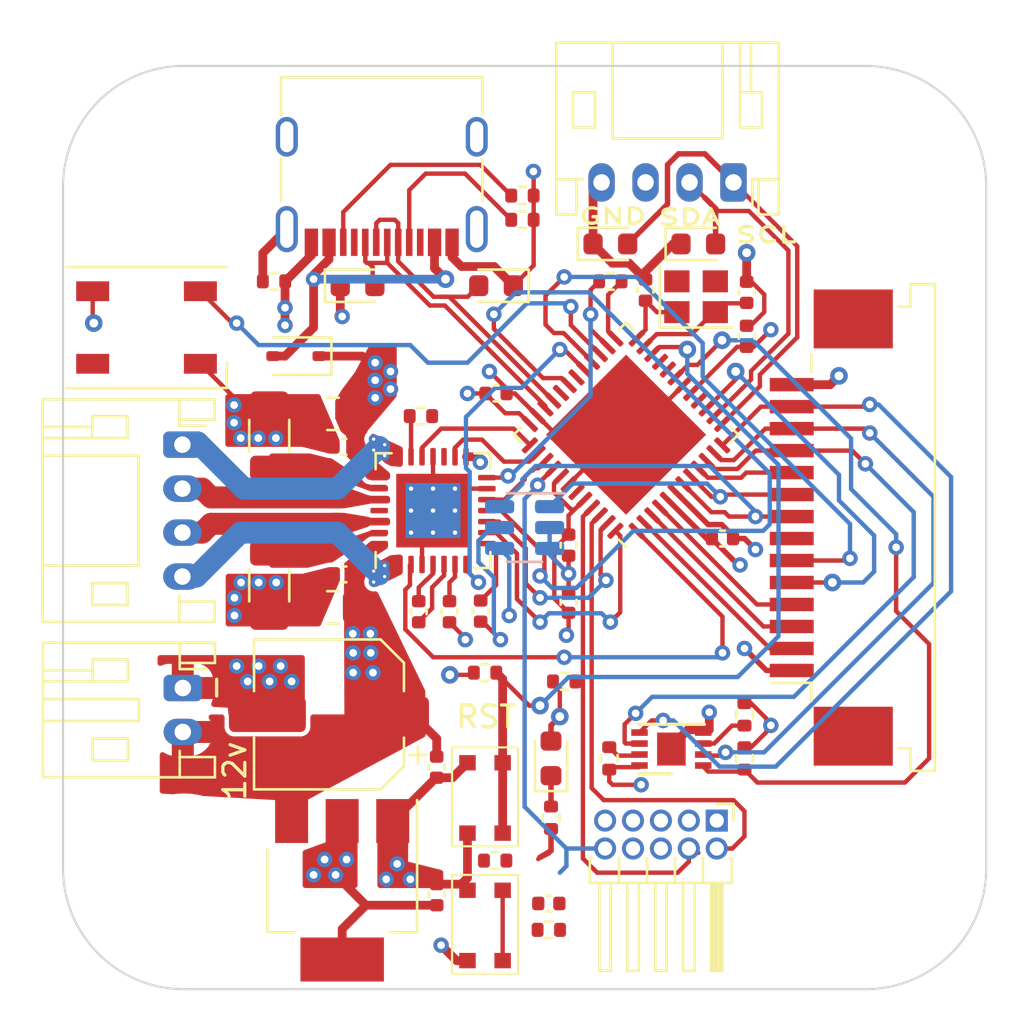
<source format=kicad_pcb>
(kicad_pcb (version 20221018) (generator pcbnew)
  (layers (0 "F.Cu" signal) (1 "In1.Cu" signal) (2 "In2.Cu" signal) (31 "B.Cu" signal) (34 "B.Paste" user) (35 "F.Paste" user) (36 "B.SilkS" user "B.Silkscreen") (37 "F.SilkS" user "F.Silkscreen") (38 "B.Mask" user) (39 "F.Mask" user) (44 "Edge.Cuts" user))
  (net 0 "")
  (net 1 "+3.3V")
  (net 2 "GND")
  (net 3 "VCC")
  (net 4 "Net-(U4-CPI)")
  (net 5 "Net-(U4-CPO)")
  (net 6 "Net-(U4-5VOUT)")
  (net 7 "RESET")
  (net 8 "Net-(U4-VCP)")
  (net 9 "Net-(D5-K)")
  (net 10 "SCL2")
  (net 11 "SDA2")
  (net 12 "V_USB")
  (net 13 "Net-(U3-PA14{slash}SERCOM2_2{slash}SERCOM4_2)")
  (net 14 "Net-(U3-PA15{slash}SERCOM2_3{slash}SERCOM4_3)")
  (net 15 "D+")
  (net 16 "D-")
  (net 19 "NEOPIX")
  (net 20 "Net-(J1-CC1)")
  (net 22 "Net-(J1-CC2)")
  (net 24 "Net-(J1-SHIELD)")
  (net 25 "MOTOR_A1")
  (net 26 "MOTOR_B1")
  (net 27 "MOTOR_A2")
  (net 28 "MOTOR_B2")
  (net 29 "SWDIO")
  (net 30 "SWCLK")
  (net 33 "Net-(U4-STDBY)")
  (net 34 "Net-(U5-~{WP})")
  (net 35 "Net-(R5-Pad1)")
  (net 36 "UART_TX")
  (net 37 "UART_RX")
  (net 38 "Net-(U5-~{HOLD})")
  (net 39 "User_Input")
  (net 40 "SCL1")
  (net 41 "SDA1")
  (net 42 "EEPROM_CS")
  (net 43 "/BRB")
  (net 44 "/BRA")
  (net 45 "EN")
  (net 46 "DIAG")
  (net 47 "INDEX")
  (net 48 "STEP")
  (net 49 "DIR")
  (net 51 "MISO")
  (net 52 "AUX1")
  (net 55 "SCK")
  (net 56 "MOSI")
  (net 57 "ETH_CS")
  (net 58 "Spread")
  (net 59 "MOT_M1")
  (net 60 "MOT_M0")
  (net 66 "AUX2")
  (net 67 "PA01")
  (net 68 "PA02")
  (net 69 "PA03")
  (footprint "Capacitor_SMD:C_0402_1005Metric" (layer "F.Cu") (at 146.582353 103.829412 90)
    (fp_text reference "C6" hide)
    (fp_text value "100n")
  )
  (footprint "Connector_PinHeader_1.27mm:PinHeader_2x05_P1.27mm_Horizontal" (layer "F.Cu") (at 158.74 113.33 -90)
    (fp_text reference "J5" hide)
    (fp_text value "1175-1628-ND")
  )
  (footprint "Diode_SMD:D_0603_1608Metric" (layer "F.Cu") (at 148.7 89 180)
    (fp_text reference "D6" hide)
    (fp_text value "GSEN3U003")
  )
  (footprint "Connector_JST:JST_PH_S2B-PH-K_1x02_P2.00mm_Horizontal" (layer "F.Cu") (at 134.45 107.3 -90)
    (fp_text reference "J4" hide)
    (fp_text value "S2B-PH-K-S")
  )
  (footprint "Crystal:Crystal_SMD_2520-4Pin_2.5x2.0mm" (layer "F.Cu") (at 157.8 89.5)
    (fp_text reference "Y1" hide)
    (fp_text value "SG-210STF 48.0000ML0")
  )
  (footprint "Resistor_SMD:R_0402_1005Metric" (layer "F.Cu") (at 151.1 118.3)
    (fp_text reference "R6" hide)
    (fp_text value "10k")
  )
  (footprint "Package_TO_SOT_SMD:SOT-223-3_TabPin2" (layer "F.Cu") (at 141.7 116.5 -90)
    (fp_text reference "U2" hide)
    (fp_text value "UA78M33CDCYR")
  )
  (footprint "Capacitor_SMD:C_0402_1005Metric" (layer "F.Cu") (at 146 116.7 90)
    (fp_text reference "C2" hide)
    (fp_text value "0.1u")
  )
  (footprint "MountingHole:MountingHole_3.2mm_M3" (layer "F.Cu") (at 165.5 115.5)
    (fp_text reference "H1" hide)
    (fp_text value "MountingHole")
  )
  (footprint "Package_DFN_QFN:VQFN-48-1EP_7x7mm_P0.5mm_EP5.15x5.15mm" (layer "F.Cu") (at 154.613864 95.775223 135)
    (fp_text reference "U3" hide)
    (fp_text value "ATSAMD51G18A-MU")
  )
  (footprint "Resistor_SMD:R_1206_3216Metric" (layer "F.Cu") (at 138.382353 95.829412 90)
    (fp_text reference "R15" hide)
    (fp_text value "120m")
  )
  (footprint "Capacitor_SMD:C_0805_2012Metric" (layer "F.Cu") (at 141.282353 94.829412 180)
    (fp_text reference "C9" hide)
    (fp_text value "22u")
  )
  (footprint "Capacitor_SMD:C_0402_1005Metric" (layer "F.Cu") (at 145.182353 103.829412 90)
    (fp_text reference "C4" hide)
    (fp_text value "22n")
  )
  (footprint "Package_DFN_QFN:QFN-28-1EP_5x5mm_P0.5mm_EP3.35x3.35mm_ThermalVias" (layer "F.Cu") (at 145.832353 99.229412 90)
    (fp_text reference "U4" hide)
    (fp_text value "TMC2209-LA")
  )
  (footprint "Connector_FFC-FPC:TE_1-84952-4_1x14-1MP_P1.0mm_Horizontal" (layer "F.Cu") (at 163.95 100 90)
    (fp_text reference "J6" hide)
    (fp_text value "1-84952-4")
  )
  (footprint "Push_Button:button_RKB2SJK250SMTR LFS" (layer "F.Cu") (at 148.2 112.3 90)
    (fp_text reference "SW2" hide)
    (fp_text value "RKB2SJK")
  )
  (footprint "Resistor_SMD:R_0402_1005Metric" (layer "F.Cu") (at 153.85 110.5 90)
    (fp_text reference "R12" hide)
    (fp_text value "10k")
  )
  (footprint "Connector_JST:JST_PH_S4B-PH-K_1x04_P2.00mm_Horizontal" (layer "F.Cu") (at 159.5 84.3 180)
    (fp_text reference "J3" hide)
    (fp_text value "JST_PH")
  )
  (footprint "Connector_JST:JST_PH_S4B-PH-K_1x04_P2.00mm_Horizontal" (layer "F.Cu") (at 134.432353 96.229412 -90)
    (fp_text reference "J2" hide)
    (fp_text value "JST_PH")
  )
  (footprint "Capacitor_SMD:C_0402_1005Metric" (layer "F.Cu") (at 148 103.8 -90)
    (fp_text reference "C5" hide)
    (fp_text value "2.2u")
  )
  (footprint "Capacitor_SMD:C_0402_1005Metric" (layer "F.Cu") (at 141.782353 102.129412 180)
    (fp_text reference "C8" hide)
    (fp_text value "100n")
  )
  (footprint "Resistor_SMD:R_0402_1005Metric" (layer "F.Cu") (at 149.9 84.9)
    (fp_text reference "R3" hide)
    (fp_text value "5.1k")
  )
  (footprint "Resistor_SMD:R_0402_1005Metric" (layer "F.Cu") (at 160 108.5 -90)
    (fp_text reference "R11" hide)
    (fp_text value "10k")
  )
  (footprint "Resistor_SMD:R_0402_1005Metric" (layer "F.Cu") (at 145.282353 94.929412)
    (fp_text reference "R8" hide)
    (fp_text value "100k")
  )
  (footprint "Resistor_SMD:R_0402_1005Metric" (layer "F.Cu") (at 138.6 88.8 180)
    (fp_text reference "R1" hide)
    (fp_text value "1M")
  )
  (footprint "Push_Button:button_RKB2SJK250SMTR LFS" (layer "F.Cu") (at 148.2 118.1 90)
    (fp_text reference "SW1" hide)
    (fp_text value "RKB2SJK")
  )
  (footprint "Diode_SMD:D_SOD-323" (layer "F.Cu") (at 139.6 92.2 180)
    (fp_text reference "D1" hide)
    (fp_text value "NSR0530HT1G")
  )
  (footprint "MountingHole:MountingHole_3.2mm_M3" (layer "F.Cu") (at 165.5 84.5)
    (fp_text reference "H4" hide)
    (fp_text value "MountingHole")
  )
  (footprint "Capacitor_SMD:CP_Elec_6.3x5.4" (layer "F.Cu") (at 141.1 108.5 180)
    (fp_text reference "C11" hide)
    (fp_text value "47u")
  )
  (footprint "Resistor_SMD:R_0402_1005Metric" (layer "F.Cu") (at 149.9 86)
    (fp_text reference "R2" hide)
    (fp_text value "5.1k")
  )
  (footprint "Capacitor_SMD:C_0402_1005Metric" (layer "F.Cu") (at 152 103.4 90)
    (fp_text reference "C16" hide)
    (fp_text value "4.7u")
  )
  (footprint "Resistor_SMD:R_0402_1005Metric" (layer "F.Cu") (at 151.8 107 180)
    (fp_text reference "R4" hide)
    (fp_text value "1k")
  )
  (footprint "Capacitor_SMD:C_0402_1005Metric" (layer "F.Cu") (at 152 100.8 -90)
    (fp_text reference "C12" hide)
    (fp_text value "100n")
  )
  (footprint "Capacitor_SMD:C_0402_1005Metric" (layer "F.Cu") (at 148.7 93.9)
    (fp_text reference "C13" hide)
    (fp_text value "100n")
  )
  (footprint "Resistor_SMD:R_0402_1005Metric" (layer "F.Cu") (at 160 110.5 -90)
    (fp_text reference "R13" hide)
    (fp_text value "10k")
  )
  (footprint "Resistor_SMD:R_0402_1005Metric" (layer "F.Cu") (at 148.2 106.6)
    (fp_text reference "R9" hide)
    (fp_text value "10k")
  )
  (footprint "Connector_USB:USB_C_Receptacle_G-Switch_GT-USB-7010ASV" (layer "F.Cu") (at 143.5 83.3 180)
    (fp_text reference "J1" hide)
    (fp_text value "USB_C_Receptacle_USB2.0")
  )
  (footprint "Capacitor_SMD:C_0805_2012Metric" (layer "F.Cu") (at 141.282353 103.629412 180)
    (fp_text reference "C10" hide)
    (fp_text value "22u")
  )
  (footprint "Capacitor_SMD:C_0402_1005Metric" (layer "F.Cu") (at 160.1 89.3 -90)
    (fp_text reference "C17" hide)
    (fp_text value "1pF")
  )
  (footprint "Capacitor_SMD:C_0402_1005Metric" (layer "F.Cu") (at 151.1 117.1 180)
    (fp_text reference "C3" hide)
    (fp_text value "100n")
  )
  (footprint "Diode_SMD:D_0603_1608Metric" (layer "F.Cu") (at 153.9 87.1)
    (fp_text reference "D2" hide)
    (fp_text value "GSEN3U003")
  )
  (footprint "Resistor_SMD:R_0402_1005Metric" (layer "F.Cu") (at 153.9 88.8 180)
    (fp_text reference "R7" hide)
    (fp_text value "1k")
  )
  (footprint "LED_SMD:LED_0603_1608Metric" (layer "F.Cu") (at 151.2 110.5 90)
    (fp_text reference "D5" hide)
    (fp_text value "XZMDK54W-1")
  )
  (footprint "Resistor_SMD:R_0402_1005Metric" (layer "F.Cu") (at 148.66 115.15)
    (fp_text reference "R5" hide)
    (fp_text value "300")
  )
  (footprint "Capacitor_SMD:C_0402_1005Metric" (layer "F.Cu") (at 141.782353 96.329412 180)
    (fp_text reference "C7" hide)
    (fp_text value "100n")
  )
  (footprint "Package_DFN_QFN:DFN-8-1EP_3x2mm_P0.5mm_EP1.3x1.5mm" (layer "F.Cu") (at 156.675 110.075 180)
    (fp_text reference "U5" hide)
    (fp_text value "AT25040B-MAHL-T")
  )
  (footprint "Capacitor_SMD:C_0402_1005Metric" (layer "F.Cu") (at 160.1 91.3 90)
    (fp_text reference "C15" hide)
    (fp_text value "100n")
  )
  (footprint "MountingHole:MountingHole_3.2mm_M3" (layer "F.Cu") (at 134.5 84.5)
    (fp_text reference "H3" hide)
    (fp_text value "MountingHole")
  )
  (footprint "Capacitor_SMD:C_0402_1005Metric" (layer "F.Cu") (at 146 110.9 -90)
    (fp_text reference "C1" hide)
    (fp_text value "0.33u")
  )
  (footprint "Diode_SMD:D_0603_1608Metric" (layer "F.Cu") (at 142.4 89)
    (fp_text reference "D4" hide)
    (fp_text value "GSEN3U003")
  )
  (footprint "Capacitor_SMD:C_0402_1005Metric" (layer "F.Cu") (at 155.5 89.2 -90)
    (fp_text reference "C18" hide)
    (fp_text value "1pF")
  )
  (footprint "Diode_SMD:D_0603_1608Metric" (layer "F.Cu") (at 157.9 87.1)
    (fp_text reference "D3" hide)
    (fp_text value "GSEN3U003")
  )
  (footprint "LED_SMD:LED_WS2812B_PLCC4_5.0x5.0mm_P3.2mm" (layer "F.Cu") (at 132.8 90.9)
    (fp_text reference "D7" hide)
    (fp_text value "WS2812B")
  )
  (footprint "Resistor_SMD:R_1206_3216Metric" (layer "F.Cu") (at 138.382353 102.629412 -90)
    (fp_text reference "R14" hide)
    (fp_text value "120m")
  )
  (footprint "Resistor_SMD:R_0402_1005Metric" (layer "F.Cu") (at 151.2 113.2 -90)
    (fp_text reference "R10" hide)
    (fp_text value "1k")
  )
  (footprint "MountingHole:MountingHole_3.2mm_M3" (layer "F.Cu") (at 134.5 115.5)
    (fp_text reference "H2" hide)
    (fp_text value "MountingHole")
  )
  (footprint "Capacitor_SMD:C_0402_1005Metric" (layer "F.Cu") (at 159 100.5 180)
    (fp_text reference "C14" hide)
    (fp_text value "100n")
  )
  (footprint "Package_TO_SOT_SMD:SOT-23-6" (layer "B.Cu") (at 150 100 180)
    (fp_text reference "U1" hide)
    (fp_text value "TLV493D")
  )
  (gr_arc (start 134.5 121) (mid 130.610913 119.389087) (end 129 115.5) (stroke (width 0.1)) (layer "Edge.Cuts"))
  (gr_arc (start 165.5 79) (mid 169.389087 80.610913) (end 171 84.5) (stroke (width 0.1)) (layer "Edge.Cuts"))
  (gr_arc (start 129 84.5) (mid 130.610913 80.610913) (end 134.5 79) (stroke (width 0.1)) (layer "Edge.Cuts"))
  (gr_line (start 134.5 79) (end 165.5 79) (stroke (width 0.1)) (layer "Edge.Cuts"))
  (gr_arc (start 171 115.5) (mid 169.389087 119.389087) (end 165.5 121) (stroke (width 0.1)) (layer "Edge.Cuts"))
  (gr_line (start 171 84.5) (end 171 115.5) (stroke (width 0.1)) (layer "Edge.Cuts"))
  (gr_line (start 165.5 121) (end 134.5 121) (stroke (width 0.1)) (layer "Edge.Cuts"))
  (gr_line (start 129 115.5) (end 129 84.5) (stroke (width 0.1)) (layer "Edge.Cuts"))
  (gr_text "GND" (at 152.39 86.25) (layer "F.SilkS") (effects (font (size 0.7 1)) (justify left bottom)))
  (gr_text "RST" (at 146.8 109.2) (layer "F.SilkS") (effects (font (size 1 1)) (justify left bottom)))
  (gr_text "SCL" (at 159.5 87.1) (layer "F.SilkS") (effects (font (size 0.7 1)) (justify left bottom)))
  (gr_text "SDA" (at 156 86.3) (layer "F.SilkS") (effects (font (size 0.7 1)) (justify left bottom)))
  (gr_text "-" (at 136.5 108 90) (layer "F.SilkS") (effects (font (size 1 1)) (justify left bottom)))
  (gr_text "12v" (at 137.4 112.5 90) (layer "F.SilkS") (effects (font (size 1 1)) (justify left bottom)))
  (segment (start 159.48 100.38) (end 159.48 100.5) (width 0.25) (layer "F.Cu") (net 1))
  (segment (start 153.96 110.9) (end 155.2 110.9) (width 0.2) (layer "F.Cu") (net 1))
  (segment (start 159.669748 91.78) (end 157.574874 93.874874) (width 0.2) (layer "F.Cu") (net 1))
  (segment (start 151.35 100.97) (end 152 100.32) (width 0.2) (layer "F.Cu") (net 1))
  (segment (start 151.6 107.31) (end 151.6 108.6) (width 0.2) (layer "F.Cu") (net 1))
  (segment (start 155.1 111.7) (end 155.3 111.7) (width 0.2) (layer "F.Cu") (net 1))
  (segment (start 154 111.7) (end 155.1 111.7) (width 0.2) (layer "F.Cu") (net 1))
  (segment (start 160.1 91.78) (end 159.669748 91.78) (width 0.2) (layer "F.Cu") (net 1))
  (segment (start 152 99.449748) (end 152.274874 99.174874) (width 0.2) (layer "F.Cu") (net 1))
  (segment (start 152 103.88) (end 151.35 103.23) (width 0.2) (layer "F.Cu") (net 1))
  (segment (start 151.2 109.7125) (end 151.2 109) (width 0.25) (layer "F.Cu") (net 1))
  (segment (start 153.85 111.01) (end 153.85 111.55) (width 0.2) (layer "F.Cu") (net 1))
  (segment (start 151.33455 98.40025) (end 152.109174 99.174874) (width 0.2) (layer "F.Cu") (net 1))
  (segment (start 151.652854 97.675572) (end 151.33455 97.993876) (width 0.2) (layer "F.Cu") (net 1))
  (segment (start 151.35 103.23) (end 151.35 100.97) (width 0.2) (layer "F.Cu") (net 1))
  (segment (start 160.5 101) (end 160.355378 100.8495) (width 0.25) (layer "F.Cu") (net 1))
  (segment (start 161 108.8) (end 161 108.695) (width 0.2) (layer "F.Cu") (net 1))
  (segment (start 151.8 105) (end 151.9 104.9) (width 0.2) (layer "F.Cu") (net 1))
  (segment (start 147.59 106.7) (end 147.69 106.6) (width 0.2) (layer "F.Cu") (net 1))
  (segment (start 149.12 94.8) (end 149.749554 94.8) (width 0.2) (layer "F.Cu") (net 1))
  (segment (start 141.7 119.65) (end 141.7 118.26) (width 0.4) (layer "F.Cu") (net 1))
  (segment (start 160.295 107.99) (end 160 107.99) (width 0.2) (layer "F.Cu") (net 1))
  (segment (start 148.22 93.9) (end 149.12 94.8) (width 0.2) (layer "F.Cu") (net 1))
  (segment (start 160.42 91.78) (end 161.2 91) (width 0.2) (layer "F.Cu") (net 1))
  (segment (start 162.15 93.5) (end 163.9 93.5) (width 0.4) (layer "F.Cu") (net 1))
  (segment (start 161 108.695) (end 160.295 107.99) (width 0.2) (layer "F.Cu") (net 1))
  (segment (start 151.8 104.9) (end 151.8 105) (width 0.2) (layer "F.Cu") (net 1))
  (segment (start 152.109174 99.174874) (end 152.274874 99.174874) (width 0.2) (layer "F.Cu") (net 1))
  (segment (start 161 109.3) (end 161 109.2) (width 0.2) (layer "F.Cu") (net 1))
  (segment (start 161.2 109) (end 161 108.8) (width 0.2) (layer "F.Cu") (net 1))
  (segment (start 163.9 93.5) (end 164.3 93.1) (width 0.4) (layer "F.Cu") (net 1))
  (segment (start 153.85 111.01) (end 153.96 110.9) (width 0.2) (layer "F.Cu") (net 1))
  (segment (start 159.48 100.5) (end 160.005878 100.5) (width 0.25) (layer "F.Cu") (net 1))
  (segment (start 158.350088 99.865) (end 158.965 99.865) (width 0.25) (layer "F.Cu") (net 1))
  (segment (start 160 109.99) (end 160.31 109.99) (width 0.2) (layer "F.Cu") (net 1))
  (segment (start 149.749554 94.8) (end 150.238641 95.289087) (width 0.2) (layer "F.Cu") (net 1))
  (segment (start 155.1 111.7) (end 155.1 111.7) (width 0.2) (layer "F.Cu") (net 1))
  (segment (start 146.6 106.7) (end 147.59 106.7) (width 0.2) (layer "F.Cu") (net 1))
  (segment (start 151.2 109) (end 151.6 108.6) (width 0.25) (layer "F.Cu") (net 1))
  (segment (start 152 103.88) (end 152 104.8) (width 0.2) (layer "F.Cu") (net 1))
  (segment (start 155.3 111.7) (end 155.3 111.5) (width 0.2) (layer "F.Cu") (net 1))
  (segment (start 152 104.8) (end 151.9 104.9) (width 0.2) (layer "F.Cu") (net 1))
  (segment (start 155.3 111.5) (end 155.2 111.6) (width 0.2) (layer "F.Cu") (net 1))
  (segment (start 156.867767 98.382679) (end 158.350088 99.865) (width 0.25) (layer "F.Cu") (net 1))
  (segment (start 151.29 107) (end 151.6 107.31) (width 0.2) (layer "F.Cu") (net 1))
  (segment (start 151.33455 97.993876) (end 151.33455 98.40025) (width 0.2) (layer "F.Cu") (net 1))
  (segment (start 142.78 117.18) (end 141.4 115.8) (width 0.4) (layer "F.Cu") (net 1))
  (segment (start 158.965 99.865) (end 159.48 100.38) (width 0.25) (layer "F.Cu") (net 1))
  (segment (start 146 117.18) (end 142.78 117.18) (width 0.4) (layer "F.Cu") (net 1))
  (segment (start 160.31 109.99) (end 161 109.3) (width 0.2) (layer "F.Cu") (net 1))
  (segment (start 153.85 111.55) (end 154 111.7) (width 0.2) (layer "F.Cu") (net 1))
  (segment (start 155.2 110.9) (end 155.225 110.875) (width 0.2) (layer "F.Cu") (net 1))
  (segment (start 147.982353 97.029412) (end 147.732353 96.779412) (width 0.4) (layer "F.Cu") (net 1))
  (segment (start 147.4 93.9) (end 148.22 93.9) (width 0.2) (layer "F.Cu") (net 1))
  (segment (start 160.005878 100.5) (end 160.5 101) (width 0.25) (layer "F.Cu") (net 1))
  (segment (start 141.7 118.26) (end 142.78 117.18) (width 0.4) (layer "F.Cu") (net 1))
  (segment (start 151.9 104.9) (end 151.8 104.9) (width 0.2) (layer "F.Cu") (net 1))
  (segment (start 152.274874 99.174874) (end 152.713515 98.736233) (width 0.2) (layer "F.Cu") (net 1))
  (segment (start 130.35 90.65) (end 130.4 90.7) (width 0.2) (layer "F.Cu") (net 1))
  (segment (start 147.732353 96.779412) (end 147.357353 96.779412) (width 0.4) (layer "F.Cu") (net 1))
  (segment (start 152 100.32) (end 152 99.449748) (width 0.2) (layer "F.Cu") (net 1))
  (segment (start 160.1 91.78) (end 160.42 91.78) (width 0.2) (layer "F.Cu") (net 1))
  (segment (start 130.35 89.25) (end 130.35 90.65) (width 0.2) (layer "F.Cu") (net 1))
  (segment (start 161 109.2) (end 161.2 109) (width 0.2) (layer "F.Cu") (net 1))
  (via (at 140.9 115.1) (size 0.7) (drill 0.35) (layers "F.Cu" "B.Cu") (net 1))
  (via (at 149.3 104) (size 0.7) (drill 0.35) (layers "F.Cu" "B.Cu") (net 1))
  (via (at 161.2 109) (size 0.7) (drill 0.35) (layers "F.Cu" "B.Cu") (net 1))
  (via (at 164.3 93.1) (size 0.8) (drill 0.4) (layers "F.Cu" "B.Cu") (net 1))
  (via (at 160.5 101) (size 0.7) (drill 0.35) (layers "F.Cu" "B.Cu") (net 1))
  (via (at 151.6 108.6) (size 0.8) (drill 0.4) (layers "F.Cu" "B.Cu") (net 1))
  (via (at 151.9 104.9) (size 0.7) (drill 0.35) (layers "F.Cu" "B.Cu") (net 1))
  (via (at 155.3 111.7) (size 0.7) (drill 0.35) (layers "F.Cu" "B.Cu") (net 1))
  (via (at 161.2 91) (size 0.7) (drill 0.35) (layers "F.Cu" "B.Cu") (net 1))
  (via (at 146.6 106.7) (size 0.8) (drill 0.4) (layers "F.Cu" "B.Cu") (net 1))
  (via (at 147.4 93.9) (size 0.7) (drill 0.35) (layers "F.Cu" "B.Cu") (net 1))
  (via (at 141.9 115.1) (size 0.7) (drill 0.35) (layers "F.Cu" "B.Cu") (net 1))
  (via (at 130.4 90.7) (size 0.8) (drill 0.4) (layers "F.Cu" "B.Cu") (net 1))
  (via (at 141.4 115.8) (size 0.7) (drill 0.35) (layers "F.Cu" "B.Cu") (net 1))
  (via (at 140.4 115.8) (size 0.7) (drill 0.35) (layers "F.Cu" "B.Cu") (net 1))
  (via (at 147.982353 97.029412) (size 0.7) (drill 0.35) (layers "F.Cu" "B.Cu") (net 1))
  (segment (start 149.3 101.3875) (end 148.8625 100.95) (width 0.2) (layer "B.Cu") (net 1))
  (segment (start 149.3 104) (end 149.3 101.3875) (width 0.2) (layer "B.Cu") (net 1))
  (segment (start 149.3 103.9) (end 149.3 104) (width 0.2) (layer "B.Cu") (net 1))
  (segment (start 161 106.5) (end 160 105.5) (width 0.25) (layer "F.Cu") (net 2))
  (segment (start 149.18 93.9) (end 149.55666 93.9) (width 0.2) (layer "F.Cu") (net 2))
  (segment (start 150.41 88.0775) (end 149.4875 89) (width 0.2) (layer "F.Cu") (net 2))
  (segment (start 155.5 88.72) (end 155.5 88.35) (width 0.4) (layer "F.Cu") (net 2))
  (segment (start 147.12 116.22) (end 147.4 115.94) (width 0.4) (layer "F.Cu") (net 2))
  (segment (start 146.7 87.025) (end 146.7 87.7) (width 0.4) (layer "F.Cu") (net 2))
  (segment (start 149.18 93.9) (end 149.18 93.68) (width 0.2) (layer "F.Cu") (net 2))
  (segment (start 158.52 100.507609) (end 159.632332 101.619941) (width 0.25) (layer "F.Cu") (net 2))
  (segment (start 150.41 86) (end 150.41 88.0775) (width 0.2) (layer "F.Cu") (net 2))
  (segment (start 145.97 111.38) (end 144 113.35) (width 0.4) (layer "F.Cu") (net 2))
  (segment (start 154.6 95.9) (end 154.613864 95.775223) (width 0.2) (layer "F.Cu") (net 2))
  (segment (start 159.6 101.619941) (end 159.8 101.7) (width 0.25) (layer "F.Cu") (net 2))
  (segment (start 139.1 89.7) (end 139.1 90) (width 0.4) (layer "F.Cu") (net 2))
  (segment (start 139.1 90) (end 139.1 90.8) (width 0.4) (layer "F.Cu") (net 2))
  (segment (start 139.11 88.8) (end 139.1 88.81) (width 0.4) (layer "F.Cu") (net 2))
  (segment (start 152.006408 98.029126) (end 154.260311 95.775223) (width 0.2) (layer "F.Cu") (net 2))
  (segment (start 159.760118 101.619941) (end 159.680059 101.619941) (width 0.25) (layer "F.Cu") (net 2))
  (segment (start 160.9 90.2) (end 160.9 89.4) (width 0.2) (layer "F.Cu") (net 2))
  (segment (start 138 108.8) (end 138.2 109) (width 0.2) (layer "F.Cu") (net 2))
  (segment (start 160.1 88.82) (end 160.1 87.5) (width 0.4) (layer "F.Cu") (net 2))
  (segment (start 145.332353 100.729412) (end 145.832353 100.229412) (width 0.2) (layer "F.Cu") (net 2))
  (segment (start 146.9 119.7) (end 146.2 119) (width 0.4) (layer "F.Cu") (net 2))
  (segment (start 146 116.22) (end 147.12 116.22) (width 0.4) (layer "F.Cu") (net 2))
  (segment (start 153.1125 87.1) (end 153.9875 87.975) (width 0.4) (layer "F.Cu") (net 2))
  (segment (start 150.7 115) (end 150.62 115.08) (width 0.2) (layer "F.Cu") (net 2))
  (segment (start 140.3 87.61) (end 140.3 87.025) (width 0.4) (layer "F.Cu") (net 2))
  (segment (start 149.55666 93.9) (end 150.592194 94.935534) (width 0.2) (layer "F.Cu") (net 2))
  (segment (start 148.282353 98.229412) (end 146.832353 98.229412) (width 0.2) (layer "F.Cu") (net 2))
  (segment (start 147.4 115.94) (end 147.4 113.9) (width 0.4) (layer "F.Cu") (net 2))
  (segment (start 148.6125 88.125) (end 149.4875 89) (width 0.4) (layer "F.Cu") (net 2))
  (segment (start 160.28 90.82) (end 160.9 90.2) (width 0.2) (layer "F.Cu") (net 2))
  (segment (start 141.6125 89) (end 141.6125 90.3125) (width 0.4) (layer "F.Cu") (net 2))
  (segment (start 150.41 83.81) (end 150.41 86) (width 0.2) (layer "F.Cu") (net 2))
  (segment (start 135.25 92.55) (end 136.782353 94.082353) (width 0.2) (layer "F.Cu") (net 2))
  (segment (start 147.12 116.22) (end 147.4 116.5) (width 0.4) (layer "F.Cu") (net 2))
  (segment (start 160.9 89.4) (end 160.32 88.82) (width 0.2) (layer "F.Cu") (net 2))
  (segment (start 156.675 110.075) (end 156.675 109.95) (width 0.4) (layer "F.Cu") (net 2))
  (segment (start 146.7 87.7) (end 147.125 88.125) (width 0.4) (layer "F.Cu") (net 2))
  (segment (start 150.62 117.1) (end 150.57 117.15) (width 0.2) (layer "F.Cu") (net 2))
  (segment (start 151.2 114.7) (end 150.7 115) (width 0.25) (layer "F.Cu") (net 2))
  (segment (start 154.755 87.975) (end 155.5 88.72) (width 0.4) (layer "F.Cu") (net 2))
  (segment (start 157.425 109.2) (end 158.4 109.2) (width 0.4) (layer "F.Cu") (net 2))
  (segment (start 158.4 109.2) (end 158.4 108.4) (width 0.4) (layer "F.Cu") (net 2))
  (segment (start 157.22132 93.52132) (end 154.967417 95.775223) (width 0.2) (layer "F.Cu") (net 2))
  (segment (start 151.431883 95.775223) (end 154.613864 95.775223) (width 0.2) (layer "F.Cu") (net 2))
  (segment (start 148 104.28) (end 148.08 104.28) (width 0.2) (layer "F.Cu") (net 2))
  (segment (start 160.32 88.82) (end 160.1 88.82) (width 0.2) (layer "F.Cu") (net 2))
  (segment (start 152 102.1) (end 152 101.28) (width 0.2) (layer "F.Cu") (net 2))
  (segment (start 158.52 100.5) (end 158.27798 100.5) (width 0.25) (layer "F.Cu") (net 2))
  (segment (start 151.2 113.71) (end 151.2 114.7) (width 0.25) (layer "F.Cu") (net 2))
  (segment (start 154.260311 95.775223) (end 154.6 95.9) (width 0.2) (layer "F.Cu") (net 2))
  (segment (start 153.1125 84.6875) (end 153.5 84.3) (width 0.4) (layer "F.Cu") (net 2))
  (segment (start 147.4 119.7) (end 146.9 119.7) (width 0.4) (layer "F.Cu") (net 2))
  (segment (start 159.632332 101.619941) (end 159.6 101.619941) (width 0.25) (layer "F.Cu") (net 2))
  (segment (start 153.1125 87.1) (end 153.1125 84.6875) (width 0.4) (layer "F.Cu") (net 2))
  (segment (start 152 103.02) (end 152 102.1) (width 0.2) (layer "F.Cu") (net 2))
  (segment (start 156.75 87.1) (end 157.1125 87.1) (width 0.4) (layer "F.Cu") (net 2))
  (segment (start 150.7 115) (end 151.1 114.8) (width 0.25) (layer "F.Cu") (net 2))
  (segment (start 145.832353 96.779412) (end 145.832353 98.229412) (width 0.2) (layer "F.Cu") (net 2))
  (segment (start 145.332353 101.679412) (end 145.332353 100.729412) (width 0.2) (layer "F.Cu") (net 2))
  (segment (start 150.592194 94.935534) (end 151.431883 95.775223) (width 0.2) (layer "F.Cu") (net 2))
  (segment (start 147.125 88.125) (end 148.6125 88.125) (width 0.4) (layer "F.Cu") (net 2))
  (segment (start 158.27798 100.5) (end 156.514213 98.736233) (width 0.25) (layer "F.Cu") (net 2))
  (segment (start 154.967417 95.775223) (end 154.613864 95.775223) (width 0.2) (layer "F.Cu") (net 2))
  (segment (start 155.5 88.35) (end 156.75 87.1) (width 0.4) (layer "F.Cu") (net 2))
  (segment (start 149.18 93.68) (end 148.4 92.9) (width 0.2) (layer "F.Cu") (net 2))
  (segment (start 153.9875 87.975) (end 154.755 87.975) (width 0.4) (layer "F.Cu") (net 2))
  (segment (start 159.8 101.7) (end 159.760118 101.619941) (width 0.25) (layer "F.Cu") (net 2))
  (segment (start 141.6125 90.3125) (end 141.7 90.4) (width 0.4) (layer "F.Cu") (net 2))
  (segment (start 160.1 90.82) (end 160.28 90.82) (width 0.2) (layer "F.Cu") (net 2))
  (segment (start 148.08 104.28) (end 148.9 105.1) (width 0.2) (layer "F.Cu") (net 2))
  (segment (start 146.72 111.38) (end 147.4 110.7) (width 0.4) (layer "F.Cu") (net 2))
  (segment (start 136.782353 94.082353) (end 136.782353 94.429412) (width 0.2) (layer "F.Cu") (net 2))
  (segment (start 158.4 108.4) (end 158.4 108.3995) (width 0.4) (layer "F.Cu") (net 2))
  (segment (start 139.1 88.81) (end 139.1 89.7) (width 0.4) (layer "F.Cu") (net 2))
  (segment (start 162.15 106.5) (end 161 106.5) (width 0.25) (layer "F.Cu") (net 2))
  (segment (start 139.11 88.8) (end 140.3 87.61) (width 0.4) (layer "F.Cu") (net 2))
  (segment (start 156.675 109.95) (end 157.425 109.2) (width 0.4) (layer "F.Cu") (net 2))
  (segment (start 146 111.38) (end 145.97 111.38) (width 0.4) (layer "F.Cu") (net 2))
  (segment (start 158.52 100.5) (end 158.52 100.507609) (width 0.25) (layer "F.Cu") (net 2))
  (segment (start 146 111.38) (end 146.72 111.38) (width 0.4) (layer "F.Cu") (net 2))
  (via (at 148.9 105.1) (size 0.7) (drill 0.35) (layers "F.Cu" "B.Cu") (net 2))
  (via (at 137.9 102.5) (size 0.7) (drill 0.35) (layers "F.Cu" "B.Cu") (net 2))
  (via (at 160 105.5) (size 0.7) (drill 0.35) (layers "F.Cu" "B.Cu") (net 2))
  (via (at 150.4 83.8) (size 0.7) (drill 0.35) (layers "F.Cu" "B.Cu") (net 2))
  (via (at 141.7 90.4) (size 0.7) (drill 0.35) (layers "F.Cu" "B.Cu") (net 2))
  (via (at 143.7 116) (size 0.7) (drill 0.35) (layers "F.Cu" "B.Cu") (net 2))
  (via (at 137.9 106.3) (size 0.7) (drill 0.35) (layers "F.Cu" "B.Cu") (net 2))
  (via (at 152 102.1) (size 0.7) (drill 0.35) (layers "F.Cu" "B.Cu") (net 2))
  (via (at 139.4 107) (size 0.7) (drill 0.35) (layers "F.Cu" "B.Cu") (net 2))
  (via (at 138.4 107) (size 0.7) (drill 0.35) (layers "F.Cu" "B.Cu") (net 2))
  (via (at 137.1 102.5) (size 0.7) (drill 0.35) (layers "F.Cu" "B.Cu") (net 2))
  (via (at 138.7 102.5) (size 0.7) (drill 0.35) (layers "F.Cu" "B.Cu") (net 2))
  (via (at 158.4 108.4) (size 0.7) (drill 0.35) (layers "F.Cu" "B.Cu") (net 2))
  (via (at 139.1 90) (size 0.7) (drill 0.35) (layers "F.Cu" "B.Cu") (net 2))
  (via (at 144.8 116) (size 0.7) (drill 0.35) (layers "F.Cu" "B.Cu") (net 2))
  (via (at 137.082353 95.929412) (size 0.7) (drill 0.35) (layers "F.Cu" "B.Cu") (net 2))
  (via (at 160.1 87.5) (size 0.8) (drill 0.4) (layers "F.Cu" "B.Cu") (net 2))
  (via (at 137.882353 95.929412) (size 0.7) (drill 0.35) (layers "F.Cu" "B.Cu") (net 2))
  (via (at 139.1 90.8) (size 0.7) (drill 0.35) (layers "F.Cu" "B.Cu") (net 2))
  (via (at 148.4 92.9) (size 0.7) (drill 0.35) (layers "F.Cu" "B.Cu") (net 2))
  (via (at 136.782353 94.429412) (size 0.7) (drill 0.35) (layers "F.Cu" "B.Cu") (net 2))
  (via (at 136.8 104) (size 0.7) (drill 0.35) (layers "F.Cu" "B.Cu") (net 2))
  (via (at 136.782353 95.229412) (size 0.7) (drill 0.35) (layers "F.Cu" "B.Cu") (net 2))
  (via (at 138.682353 95.929412) (size 0.7) (drill 0.35) (layers "F.Cu" "B.Cu") (net 2))
  (via (at 138.9 106.3) (size 0.7) (drill 0.35) (layers "F.Cu" "B.Cu") (net 2))
  (via (at 136.8 103.2) (size 0.7) (drill 0.35) (layers "F.Cu" "B.Cu") (net 2))
  (via (at 136.9 106.3) (size 0.7) (drill 0.35) (layers "F.Cu" "B.Cu") (net 2))
  (via (at 159.8 101.7) (size 0.7) (drill 0.35) (layers "F.Cu" "B.Cu") (net 2))
  (via (at 137.4 107) (size 0.7) (drill 0.35) (layers "F.Cu" "B.Cu") (net 2))
  (via (at 146.2 119) (size 0.7) (drill 0.35) (layers "F.Cu" "B.Cu") (net 2))
  (via (at 144.2 115.3) (size 0.7) (drill 0.35) (layers "F.Cu" "B.Cu") (net 2))
  (segment (start 151.1375 101.2375) (end 152 102.1) (width 0.2) (layer "B.Cu") (net 2))
  (segment (start 151.1375 100.95) (end 151.1375 101.2375) (width 0.2) (layer "B.Cu") (net 2))
  (segment (start 148.5 100) (end 147.9 100.6) (width 0.2) (layer "B.Cu") (net 2))
  (segment (start 148.8625 100) (end 148.5 100) (width 0.2) (layer "B.Cu") (net 2))
  (segment (start 147.9 100.6) (end 147.9 101.571261) (width 0.2) (layer "B.Cu") (net 2))
  (segment (start 151.1375 100) (end 151.1375 100.95) (width 0.2) (layer "B.Cu") (net 2))
  (segment (start 148.6 104.8) (end 148.9 105.1) (width 0.2) (layer "B.Cu") (net 2))
  (segment (start 148.6 102.271261) (end 148.6 104.8) (width 0.2) (layer "B.Cu") (net 2))
  (segment (start 147.9 101.571261) (end 148.6 102.271261) (width 0.2) (layer "B.Cu") (net 2))
  (segment (start 144.9 108.5) (end 146 109.6) (width 0.4) (layer "F.Cu") (net 3))
  (segment (start 143.9 108.5) (end 144.9 108.5) (width 0.4) (layer "F.Cu") (net 3))
  (segment (start 142.9 92.5) (end 143.2 92.5) (width 0.4) (layer "F.Cu") (net 3))
  (segment (start 147.3 105.027059) (end 146.582353 104.309412) (width 0.2) (layer "F.Cu") (net 3))
  (segment (start 140.65 92.2) (end 142.6 92.2) (width 0.4) (layer "F.Cu") (net 3))
  (segment (start 143.2 92.5) (end 143.2 92.8) (width 0.4) (layer "F.Cu") (net 3))
  (segment (start 147.3 105.1) (end 147.3 105.027059) (width 0.2) (layer "F.Cu") (net 3))
  (segment (start 143.2 92.8) (end 143.2 92.8) (width 0.4) (layer "F.Cu") (net 3))
  (segment (start 146 109.6) (end 146 110.42) (width 0.4) (layer "F.Cu") (net 3))
  (segment (start 142.6 92.2) (end 142.9 92.5) (width 0.4) (layer "F.Cu") (net 3))
  (segment (start 143.2 92.8) (end 143.2 93.3) (width 0.4) (layer "F.Cu") (net 3))
  (segment (start 143.2 93.3) (end 143.2 93.2) (width 0.4) (layer "F.Cu") (net 3))
  (via (at 142.2 106.6) (size 0.7) (drill 0.35) (layers "F.Cu" "B.Cu") (net 3))
  (via (at 142.2 105.7) (size 0.7) (drill 0.35) (layers "F.Cu" "B.Cu") (net 3))
  (via (at 143.2 94.1) (size 0.7) (drill 0.35) (layers "F.Cu" "B.Cu") (net 3))
  (via (at 143.9 92.9) (size 0.7) (drill 0.35) (layers "F.Cu" "B.Cu") (net 3))
  (via (at 143.1 106.6) (size 0.7) (drill 0.35) (layers "F.Cu" "B.Cu") (net 3))
  (via (at 143 105.7) (size 0.7) (drill 0.35) (layers "F.Cu" "B.Cu") (net 3))
  (via (at 143.2 93.3) (size 0.7) (drill 0.35) (layers "F.Cu" "B.Cu") (net 3))
  (via (at 142.182353 104.829412) (size 0.7) (drill 0.35) (layers "F.Cu" "B.Cu") (net 3))
  (via (at 143.2 92.5) (size 0.7) (drill 0.35) (layers "F.Cu" "B.Cu") (net 3))
  (via (at 142.982353 104.829412) (size 0.7) (drill 0.35) (layers "F.Cu" "B.Cu") (net 3))
  (via (at 143.9 93.7) (size 0.7) (drill 0.35) (layers "F.Cu" "B.Cu") (net 3))
  (via (at 147.3 105.1) (size 0.7) (drill 0.35) (layers "F.Cu" "B.Cu") (net 3))
  (segment (start 145.182353 104.281666) (end 145.792353 103.671666) (width 0.2) (layer "F.Cu") (net 4))
  (segment (start 145.792353 103.671666) (end 145.792353 102.719412) (width 0.2) (layer "F.Cu") (net 4))
  (segment (start 145.182353 104.309412) (end 145.182353 104.281666) (width 0.2) (layer "F.Cu") (net 4))
  (segment (start 146.332353 102.179412) (end 146.332353 101.679412) (width 0.2) (layer "F.Cu") (net 4))
  (segment (start 145.792353 102.719412) (end 146.332353 102.179412) (width 0.2) (layer "F.Cu") (net 4))
  (segment (start 145.545005 102.379412) (end 145.532353 102.379412) (width 0.2) (layer "F.Cu") (net 5))
  (segment (start 145.182353 103.349412) (end 145.282353 103.449412) (width 0.2) (layer "F.Cu") (net 5))
  (segment (start 145.832353 102.092064) (end 145.545005 102.379412) (width 0.2) (layer "F.Cu") (net 5))
  (segment (start 145.182353 102.729412) (end 145.182353 103.349412) (width 0.2) (layer "F.Cu") (net 5))
  (segment (start 145.532353 102.379412) (end 145.182353 102.729412) (width 0.2) (layer "F.Cu") (net 5))
  (segment (start 145.832353 101.679412) (end 145.832353 102.092064) (width 0.2) (layer "F.Cu") (net 5))
  (segment (start 148.7 101.147059) (end 148.7 102.62) (width 0.2) (layer "F.Cu") (net 6))
  (segment (start 148.282353 100.729412) (end 148.7 101.147059) (width 0.2) (layer "F.Cu") (net 6))
  (segment (start 148.7 102.62) (end 148 103.32) (width 0.2) (layer "F.Cu") (net 6))
  (segment (start 150.595925 98.073707) (end 150.595925 98.025395) (width 0.2) (layer "F.Cu") (net 7))
  (segment (start 150.595925 98.025395) (end 151.299301 97.322019) (width 0.2) (layer "F.Cu") (net 7))
  (via (at 150.595925 98.073707) (size 0.7) (drill 0.35) (layers "F.Cu" "B.Cu") (net 7))
  (segment (start 150.595925 98.073707) (end 150.595925 98.104075) (width 0.2) (layer "B.Cu") (net 7))
  (segment (start 151.6 115.7) (end 151.9 115.4) (width 0.2) (layer "B.Cu") (net 7))
  (segment (start 150 112.7) (end 151.9 114.6) (width 0.2) (layer "B.Cu") (net 7))
  (segment (start 151.9 114.6) (end 153.66 114.6) (width 0.2) (layer "B.Cu") (net 7))
  (segment (start 150.595925 98.104075) (end 150 98.7) (width 0.2) (layer "B.Cu") (net 7))
  (segment (start 150 98.7) (end 150 112.7) (width 0.2) (layer "B.Cu") (net 7))
  (segment (start 151.9 115.4) (end 151.9 114.6) (width 0.2) (layer "B.Cu") (net 7))
  (segment (start 146.582353 102.495098) (end 146.582353 103.349412) (width 0.2) (layer "F.Cu") (net 8))
  (segment (start 146.832353 102.245098) (end 146.582353 102.495098) (width 0.2) (layer "F.Cu") (net 8))
  (segment (start 146.832353 101.679412) (end 146.832353 102.245098) (width 0.2) (layer "F.Cu") (net 8))
  (segment (start 151.2 111.2875) (end 151.2 112.69) (width 0.25) (layer "F.Cu") (net 9))
  (segment (start 158.989087 95.289087) (end 160.7 93.578174) (width 0.2) (layer "F.Cu") (net 10))
  (segment (start 158.2 83) (end 159.5 84.3) (width 0.25) (layer "F.Cu") (net 10))
  (segment (start 154.6875 87.1) (end 156.5 85.2875) (width 0.25) (layer "F.Cu") (net 10))
  (segment (start 157 83) (end 158.2 83) (width 0.25) (layer "F.Cu") (net 10))
  (segment (start 162.4 91.345) (end 162.4 87.2) (width 0.2) (layer "F.Cu") (net 10))
  (segment (start 160.7 93.578174) (end 160.7 93.045) (width 0.2) (layer "F.Cu") (net 10))
  (segment (start 156.5 85.2875) (end 156.5 83.5) (width 0.25) (layer "F.Cu") (net 10))
  (segment (start 160.7 93.045) (end 162.4 91.345) (width 0.2) (layer "F.Cu") (net 10))
  (segment (start 156.5 83.5) (end 157 83) (width 0.25) (layer "F.Cu") (net 10))
  (segment (start 162.4 87.2) (end 159.5 84.3) (width 0.2) (layer "F.Cu") (net 10))
  (segment (start 158.6875 87.1) (end 158.6875 85.4875) (width 0.25) (layer "F.Cu") (net 11))
  (segment (start 158.8 85.6) (end 158.2 85) (width 0.2) (layer "F.Cu") (net 11))
  (segment (start 160.3 92.879314) (end 162 91.179314) (width 0.2) (layer "F.Cu") (net 11))
  (segment (start 162 91.179314) (end 162 87.4) (width 0.2) (layer "F.Cu") (net 11))
  (segment (start 158.6875 85.4875) (end 158.2 85) (width 0.25) (layer "F.Cu") (net 11))
  (segment (start 160.3 93.271068) (end 160.3 92.879314) (width 0.2) (layer "F.Cu") (net 11))
  (segment (start 158.2 85) (end 157.5 84.3) (width 0.2) (layer "F.Cu") (net 11))
  (segment (start 158.635534 94.935534) (end 160.3 93.271068) (width 0.2) (layer "F.Cu") (net 11))
  (segment (start 160.2 85.6) (end 158.8 85.6) (width 0.2) (layer "F.Cu") (net 11))
  (segment (start 162 87.4) (end 160.2 85.6) (width 0.2) (layer "F.Cu") (net 11))
  (segment (start 141.1 87.8) (end 140.4 88.5) (width 0.4) (layer "F.Cu") (net 12))
  (segment (start 145.9 87.025) (end 145.9 88.2) (width 0.4) (layer "F.Cu") (net 12))
  (segment (start 140.4 88.5) (end 140.4 88.7) (width 0.4) (layer "F.Cu") (net 12))
  (segment (start 140.4 88.8) (end 140.4 90.9) (width 0.4) (layer "F.Cu") (net 12))
  (segment (start 140.4 88.7) (end 140.4 88.8) (width 0.4) (layer "F.Cu") (net 12))
  (segment (start 141.1 87.025) (end 141.1 87.8) (width 0.4) (layer "F.Cu") (net 12))
  (segment (start 139.1 92.2) (end 138.55 92.2) (width 0.4) (layer "F.Cu") (net 12))
  (segment (start 145.9 88.2) (end 146.4 88.7) (width 0.4) (layer "F.Cu") (net 12))
  (segment (start 140.4 90.9) (end 139.1 92.2) (width 0.4) (layer "F.Cu") (net 12))
  (via (at 146.4 88.7) (size 0.8) (drill 0.4) (layers "F.Cu" "B.Cu") (net 12))
  (via (at 140.4 88.7) (size 0.7) (drill 0.35) (layers "F.Cu" "B.Cu") (net 12))
  (segment (start 140.5 88.7) (end 140.4 88.8) (width 0.4) (layer "B.Cu") (net 12))
  (segment (start 146.4 88.7) (end 140.5 88.7) (width 0.4) (layer "B.Cu") (net 12))
  (segment (start 155.453553 91.753553) (end 156.007106 91.2) (width 0.2) (layer "F.Cu") (net 13))
  (segment (start 159 89.8) (end 160.08 89.8) (width 0.2) (layer "F.Cu") (net 13))
  (segment (start 157.6 91.2) (end 159 89.8) (width 0.2) (layer "F.Cu") (net 13))
  (segment (start 160.08 89.8) (end 160.1 89.78) (width 0.2) (layer "F.Cu") (net 13))
  (segment (start 156.007106 91.2) (end 157.6 91.2) (width 0.2) (layer "F.Cu") (net 13))
  (segment (start 155.5 89.68) (end 156.02 90.2) (width 0.2) (layer "F.Cu") (net 14))
  (segment (start 156.525 90.2) (end 156.925 89.8) (width 0.2) (layer "F.Cu") (net 14))
  (segment (start 155.5 91) (end 155.5 89.68) (width 0.2) (layer "F.Cu") (net 14))
  (segment (start 155.1 91.4) (end 155.5 91) (width 0.2) (layer "F.Cu") (net 14))
  (segment (start 156.02 90.2) (end 156.525 90.2) (width 0.2) (layer "F.Cu") (net 14))
  (segment (start 142.9 87.960685) (end 143.75 87.960685) (width 0.2) (layer "F.Cu") (net 15))
  (segment (start 150.945748 94.475914) (end 146.369834 89.9) (width 0.2) (layer "F.Cu") (net 15))
  (segment (start 150.945748 94.58198) (end 150.945748 94.475914) (width 0.2) (layer "F.Cu") (net 15))
  (segment (start 142.815685 87.960685) (end 142.9 87.960685) (width 0.2) (layer "F.Cu") (net 15))
  (segment (start 145.689315 89.9) (end 143.75 87.960685) (width 0.2) (layer "F.Cu") (net 15))
  (segment (start 142.75 87.895) (end 142.815685 87.960685) (width 0.2) (layer "F.Cu") (net 15))
  (segment (start 143.0875 88.148185) (end 142.9 87.960685) (width 0.2) (layer "F.Cu") (net 15))
  (segment (start 146.369834 89.9) (end 145.689315 89.9) (width 0.2) (layer "F.Cu") (net 15))
  (segment (start 143.0875 89) (end 143.0875 88.148185) (width 0.2) (layer "F.Cu") (net 15))
  (segment (start 142.75 87.025) (end 142.75 87.895) (width 0.2) (layer "F.Cu") (net 15))
  (segment (start 143.75 87.960685) (end 143.75 87.025) (width 0.2) (layer "F.Cu") (net 15))
  (segment (start 147.9125 89) (end 147.4125 89.5) (width 0.2) (layer "F.Cu") (net 16))
  (segment (start 146.2 89.5) (end 145.855001 89.5) (width 0.2) (layer "F.Cu") (net 16))
  (segment (start 143.405 86) (end 143.25 86.155) (width 0.2) (layer "F.Cu") (net 16))
  (segment (start 144.25 87.025) (end 144.25 86.155) (width 0.2) (layer "F.Cu") (net 16))
  (segment (start 144.25 86.155) (end 144.095 86) (width 0.2) (layer "F.Cu") (net 16))
  (segment (start 147.4125 89.5) (end 146.2 89.5) (width 0.2) (layer "F.Cu") (net 16))
  (segment (start 143.25 86.155) (end 143.25 87.025) (width 0.2) (layer "F.Cu") (net 16))
  (segment (start 145.855001 89.5) (end 144.25 87.895) (width 0.2) (layer "F.Cu") (net 16))
  (segment (start 144.25 87.895) (end 144.25 87.025) (width 0.2) (layer "F.Cu") (net 16))
  (segment (start 146.2 89.5) (end 146.570874 89.5) (width 0.2) (layer "F.Cu") (net 16))
  (segment (start 146.570874 89.5) (end 151.299301 94.228427) (width 0.2) (layer "F.Cu") (net 16))
  (segment (start 144.095 86) (end 143.405 86) (width 0.2) (layer "F.Cu") (net 16))
  (segment (start 136.7 90.7) (end 136.9 90.7) (width 0.2) (layer "F.Cu") (net 19))
  (segment (start 152.1 89.9495) (end 152.1 90.786486) (width 0.2) (layer "F.Cu") (net 19))
  (segment (start 135.25 89.25) (end 136.7 90.7) (width 0.2) (layer "F.Cu") (net 19))
  (segment (start 152.1 90.786486) (end 153.420621 92.107107) (width 0.2) (layer "F.Cu") (net 19))
  (via (at 136.9 90.7) (size 0.7) (drill 0.35) (layers "F.Cu" "B.Cu") (net 19))
  (via (at 152.1 89.9495) (size 0.7) (drill 0.35) (layers "F.Cu" "B.Cu") (net 19))
  (segment (start 144.8 91.7) (end 145.6 92.5) (width 0.2) (layer "B.Cu") (net 19))
  (segment (start 136.9 90.7) (end 137.9 91.7) (width 0.2) (layer "B.Cu") (net 19))
  (segment (start 151.9505 89.8) (end 152.1 89.9495) (width 0.2) (layer "B.Cu") (net 19))
  (segment (start 145.6 92.5) (end 147.4 92.5) (width 0.2) (layer "B.Cu") (net 19))
  (segment (start 150.1 89.8) (end 151.9505 89.8) (width 0.2) (layer "B.Cu") (net 19))
  (segment (start 147.4 92.5) (end 150.1 89.8) (width 0.2) (layer "B.Cu") (net 19))
  (segment (start 137.9 91.7) (end 144.8 91.7) (width 0.2) (layer "B.Cu") (net 19))
  (segment (start 144.75 84.65) (end 144.75 87.025) (width 0.2) (layer "F.Cu") (net 20))
  (segment (start 149.39 86) (end 147.29 83.9) (width 0.2) (layer "F.Cu") (net 20))
  (segment (start 147.29 83.9) (end 145.5 83.9) (width 0.2) (layer "F.Cu") (net 20))
  (segment (start 145.5 83.9) (end 144.75 84.65) (width 0.2) (layer "F.Cu") (net 20))
  (segment (start 147.99 83.5) (end 143.9 83.5) (width 0.2) (layer "F.Cu") (net 22))
  (segment (start 149.39 84.9) (end 147.99 83.5) (width 0.2) (layer "F.Cu") (net 22))
  (segment (start 143.9 83.5) (end 141.75 85.65) (width 0.2) (layer "F.Cu") (net 22))
  (segment (start 141.75 85.65) (end 141.75 87.025) (width 0.2) (layer "F.Cu") (net 22))
  (segment (start 138.09 87.515) (end 138.09 88.8) (width 0.4) (layer "F.Cu") (net 24))
  (segment (start 139.18 86.425) (end 138.09 87.515) (width 0.4) (layer "F.Cu") (net 24))
  (via (at 143.132353 95.979412) (size 0.45) (drill 0.15) (layers "F.Cu" "B.Cu") (net 25))
  (via (at 143.632353 96.229412) (size 0.45) (drill 0.15) (layers "F.Cu" "B.Cu") (net 25))
  (via (at 143.632353 96.729412) (size 0.45) (drill 0.15) (layers "F.Cu" "B.Cu") (net 25))
  (via (at 143.132353 96.479412) (size 0.45) (drill 0.15) (layers "F.Cu" "B.Cu") (net 25))
  (segment (start 135.129412 96.129412) (end 137.229412 98.229412) (width 1) (layer "B.Cu") (net 25))
  (segment (start 141.482353 98.229412) (end 143.382353 96.329412) (width 1) (layer "B.Cu") (net 25))
  (segment (start 134.432353 96.129412) (end 135.129412 96.129412) (width 1) (layer "B.Cu") (net 25))
  (segment (start 137.229412 98.229412) (end 141.482353 98.229412) (width 1) (layer "B.Cu") (net 25))
  (segment (start 135.732353 98.629412) (end 141.582353 98.629412) (width 1) (layer "F.Cu") (net 26))
  (segment (start 134.332353 98.229412) (end 135.332353 98.229412) (width 1) (layer "F.Cu") (net 26))
  (segment (start 135.332353 98.229412) (end 135.732353 98.629412) (width 1) (layer "F.Cu") (net 26))
  (segment (start 135.732353 99.829412) (end 141.582353 99.829412) (width 1) (layer "F.Cu") (net 27))
  (segment (start 135.332353 100.229412) (end 135.732353 99.829412) (width 1) (layer "F.Cu") (net 27))
  (segment (start 135.332353 100.229412) (end 134.332353 100.229412) (width 1) (layer "F.Cu") (net 27))
  (via (at 143.132353 102.479412) (size 0.45) (drill 0.15) (layers "F.Cu" "B.Cu") (net 28))
  (via (at 143.132353 101.979412) (size 0.45) (drill 0.15) (layers "F.Cu" "B.Cu") (net 28))
  (via (at 143.632353 102.229412) (size 0.45) (drill 0.15) (layers "F.Cu" "B.Cu") (net 28))
  (via (at 143.632353 101.729412) (size 0.45) (drill 0.15) (layers "F.Cu" "B.Cu") (net 28))
  (segment (start 137.070588 100.229412) (end 141.482353 100.229412) (width 1) (layer "B.Cu") (net 28))
  (segment (start 135.070588 102.229412) (end 137.070588 100.229412) (width 1) (layer "B.Cu") (net 28))
  (segment (start 141.482353 100.229412) (end 143.382353 102.129412) (width 1) (layer "B.Cu") (net 28))
  (segment (start 134.332353 102.229412) (end 135.070588 102.229412) (width 1) (layer "B.Cu") (net 28))
  (segment (start 153.6 112.4) (end 159.5 112.4) (width 0.2) (layer "F.Cu") (net 29))
  (segment (start 153.05 99.81396) (end 153.05 111.85) (width 0.2) (layer "F.Cu") (net 29))
  (segment (start 153.420621 99.443339) (end 153.05 99.81396) (width 0.2) (layer "F.Cu") (net 29))
  (segment (start 160 114.047106) (end 159.447106 114.6) (width 0.2) (layer "F.Cu") (net 29))
  (segment (start 159.447106 114.6) (end 158.74 114.6) (width 0.2) (layer "F.Cu") (net 29))
  (segment (start 160 112.9) (end 160 114.047106) (width 0.2) (layer "F.Cu") (net 29))
  (segment (start 159.5 112.4) (end 160 112.9) (width 0.2) (layer "F.Cu") (net 29))
  (segment (start 153.05 111.85) (end 153.6 112.4) (width 0.2) (layer "F.Cu") (net 29))
  (segment (start 152.65 115.05) (end 153.3 115.7) (width 0.2) (layer "F.Cu") (net 30))
  (segment (start 153.067068 99.089786) (end 152.65 99.506854) (width 0.2) (layer "F.Cu") (net 30))
  (segment (start 157.905 114.795) (end 157.25 114.795) (width 0.2) (layer "F.Cu") (net 30))
  (segment (start 157.47 115.195) (end 157.47 114.6) (width 0.2) (layer "F.Cu") (net 30))
  (segment (start 153.3 115.7) (end 156.965 115.7) (width 0.2) (layer "F.Cu") (net 30))
  (segment (start 156.965 115.7) (end 157.47 115.195) (width 0.2) (layer "F.Cu") (net 30))
  (segment (start 152.65 99.506854) (end 152.65 115.05) (width 0.2) (layer "F.Cu") (net 30))
  (segment (start 144.832353 94.989412) (end 144.772353 94.929412) (width 0.2) (layer "F.Cu") (net 33))
  (segment (start 144.832353 96.779412) (end 144.832353 94.989412) (width 0.2) (layer "F.Cu") (net 33))
  (segment (start 159.43429 109.01) (end 160 109.01) (width 0.2) (layer "F.Cu") (net 34))
  (segment (start 158.125 109.825) (end 158.61929 109.825) (width 0.2) (layer "F.Cu") (net 34))
  (segment (start 158.61929 109.825) (end 159.43429 109.01) (width 0.2) (layer "F.Cu") (net 34))
  (segment (start 149 116.5) (end 149 119.7) (width 0.2) (layer "F.Cu") (net 35))
  (segment (start 153.8 89.41) (end 153.8 91.072272) (width 0.2) (layer "F.Cu") (net 36))
  (segment (start 154.41 88.8) (end 153.8 89.41) (width 0.2) (layer "F.Cu") (net 36))
  (segment (start 153.8 91.072272) (end 154.127728 91.4) (width 0.2) (layer "F.Cu") (net 36))
  (segment (start 149.246657 97.6495) (end 149.166745 97.729412) (width 0.2) (layer "F.Cu") (net 37))
  (segment (start 148.382353 97.729412) (end 148.282353 97.729412) (width 0.2) (layer "F.Cu") (net 37))
  (segment (start 153 89.19) (end 153.39 88.8) (width 0.2) (layer "F.Cu") (net 37))
  (segment (start 149.166745 97.729412) (end 148.282353 97.729412) (width 0.2) (layer "F.Cu") (net 37))
  (segment (start 153 90.3) (end 153 89.19) (width 0.2) (layer "F.Cu") (net 37))
  (segment (start 153 90.979378) (end 153 90.3) (width 0.2) (layer "F.Cu") (net 37))
  (segment (start 153.774175 91.753553) (end 153 90.979378) (width 0.2) (layer "F.Cu") (net 37))
  (via (at 153 90.3) (size 0.7) (drill 0.35) (layers "F.Cu" "B.Cu") (net 37))
  (via (at 149.246657 97.6495) (size 0.7) (drill 0.35) (layers "F.Cu" "B.Cu") (net 37))
  (segment (start 149.3505 97.6495) (end 153 94) (width 0.2) (layer "B.Cu") (net 37))
  (segment (start 149.246657 97.6495) (end 149.3505 97.6495) (width 0.2) (layer "B.Cu") (net 37))
  (segment (start 153 94) (end 153 90.3) (width 0.2) (layer "B.Cu") (net 37))
  (segment (start 154.235 110.375) (end 155.225 110.375) (width 0.2) (layer "F.Cu") (net 38))
  (segment (start 153.85 109.99) (end 154.235 110.375) (width 0.2) (layer "F.Cu") (net 38))
  (segment (start 148.71 106.6) (end 150.21 108.1) (width 0.2) (layer "F.Cu") (net 39))
  (segment (start 155.807107 92.107107) (end 156.125412 91.788802) (width 0.2) (layer "F.Cu") (net 39))
  (segment (start 156.125412 91.788802) (end 157.289302 91.788802) (width 0.2) (layer "F.Cu") (net 39))
  (segment (start 150.21 108.1) (end 150.7 108.1) (width 0.2) (layer "F.Cu") (net 39))
  (segment (start 149 106.89) (end 149 110.7) (width 0.4) (layer "F.Cu") (net 39))
  (segment (start 157.289302 91.788802) (end 157.4 91.8995) (width 0.2) (layer "F.Cu") (net 39))
  (segment (start 148.71 106.6) (end 149 106.89) (width 0.4) (layer "F.Cu") (net 39))
  (segment (start 149 110.7) (end 149 113.9) (width 0.4) (layer "F.Cu") (net 39))
  (via (at 157.4 91.8995) (size 0.8) (drill 0.4) (layers "F.Cu" "B.Cu") (net 39))
  (via (at 150.7 108.1) (size 0.8) (drill 0.4) (layers "F.Cu" "B.Cu") (net 39))
  (segment (start 159.68995 106.8) (end 152 106.8) (width 0.2) (layer "B.Cu") (net 39))
  (segment (start 161.55 97.15) (end 161.55 104.93995) (width 0.2) (layer "B.Cu") (net 39))
  (segment (start 157.4 93) (end 161.55 97.15) (width 0.2) (layer "B.Cu") (net 39))
  (segment (start 161.55 104.93995) (end 159.68995 106.8) (width 0.2) (layer "B.Cu") (net 39))
  (segment (start 157.4 91.8995) (end 157.4 93) (width 0.2) (layer "B.Cu") (net 39))
  (segment (start 152 106.8) (end 150.7 108.1) (width 0.2) (layer "B.Cu") (net 39))
  (segment (start 158.9 98.6) (end 158.499302 98.6) (width 0.2) (layer "F.Cu") (net 40))
  (segment (start 159 98.5) (end 162.15 98.5) (width 0.2) (layer "F.Cu") (net 40))
  (segment (start 158.9 98.6) (end 159 98.5) (width 0.2) (layer "F.Cu") (net 40))
  (segment (start 158.499302 98.6) (end 157.574874 97.675572) (width 0.2) (layer "F.Cu") (net 40))
  (via (at 158.9 98.6) (size 0.7) (drill 0.35) (layers "F.Cu" "B.Cu") (net 40))
  (segment (start 158.9 98.6) (end 158.3 98) (width 0.2) (layer "B.Cu") (net 40))
  (segment (start 150.561747 99.05) (end 151.1375 99.05) (width 0.2) (layer "B.Cu") (net 40))
  (segment (start 158.3 98) (end 152.1875 98) (width 0.2) (layer "B.Cu") (net 40))
  (segment (start 152.1875 98) (end 151.1375 99.05) (width 0.2) (layer "B.Cu") (net 40))
  (segment (start 159.3 99.5) (end 159.1 99.3) (width 0.2) (layer "F.Cu") (net 41))
  (segment (start 158.492194 99.3) (end 157.22132 98.029126) (width 0.2) (layer "F.Cu") (net 41))
  (segment (start 159.1 99.3) (end 158.492194 99.3) (width 0.2) (layer "F.Cu") (net 41))
  (segment (start 160.5 99.5) (end 159.3 99.5) (width 0.2) (layer "F.Cu") (net 41))
  (segment (start 160.5 99.5) (end 162.15 99.5) (width 0.2) (layer "F.Cu") (net 41))
  (via (at 160.5 99.5) (size 0.7) (drill 0.35) (layers "F.Cu" "B.Cu") (net 41))
  (segment (start 158.419239 97.2) (end 150.5 97.2) (width 0.2) (layer "B.Cu") (net 41))
  (segment (start 160.5 99.280761) (end 158.419239 97.2) (width 0.2) (layer "B.Cu") (net 41))
  (segment (start 149.896657 98.015843) (end 148.8625 99.05) (width 0.2) (layer "B.Cu") (net 41))
  (segment (start 150.5 97.2) (end 149.896657 97.803343) (width 0.2) (layer "B.Cu") (net 41))
  (segment (start 149.896657 97.803343) (end 149.896657 98.015843) (width 0.2) (layer "B.Cu") (net 41))
  (segment (start 160.5 99.5) (end 160.5 99.280761) (width 0.2) (layer "B.Cu") (net 41))
  (segment (start 166.9 100.8) (end 166.9 100.9) (width 0.2) (layer "F.Cu") (net 42))
  (segment (start 158.35 111.1) (end 159.91 111.1) (width 0.2) (layer "F.Cu") (net 42))
  (segment (start 157.861004 92.5995) (end 157.436034 92.5995) (width 0.2) (layer "F.Cu") (net 42))
  (segment (start 167.3 111.6) (end 160.59 111.6) (width 0.2) (layer "F.Cu") (net 42))
  (segment (start 159.91 111.1) (end 160 111.01) (width 0.2) (layer "F.Cu") (net 42))
  (segment (start 166.9 103.8) (end 168.4 105.3) (width 0.2) (layer "F.Cu") (net 42))
  (segment (start 160.59 111.6) (end 160 111.01) (width 0.2) (layer "F.Cu") (net 42))
  (segment (start 158.125 110.875) (end 158.35 111.1) (width 0.2) (layer "F.Cu") (net 42))
  (segment (start 168.4 105.3) (end 168.4 110.5) (width 0.2) (layer "F.Cu") (net 42))
  (segment (start 168.4 110.5) (end 167.3 111.6) (width 0.2) (layer "F.Cu") (net 42))
  (segment (start 166.9 100.9) (end 166.9 103.8) (width 0.2) (layer "F.Cu") (net 42))
  (segment (start 157.436034 92.5995) (end 156.867767 93.167767) (width 0.2) (layer "F.Cu") (net 42))
  (segment (start 158.980252 91.480252) (end 157.861004 92.5995) (width 0.2) (layer "F.Cu") (net 42))
  (via (at 158.980252 91.480252) (size 0.8) (drill 0.4) (layers "F.Cu" "B.Cu") (net 42))
  (via (at 166.9 100.9) (size 0.7) (drill 0.35) (layers "F.Cu" "B.Cu") (net 42))
  (segment (start 158.980252 91.480252) (end 160.380252 91.480252) (width 0.2) (layer "B.Cu") (net 42))
  (segment (start 164.85 95.95) (end 164.85 98.25) (width 0.2) (layer "B.Cu") (net 42))
  (segment (start 164.85 98.25) (end 166.9 100.3) (width 0.2) (layer "B.Cu") (net 42))
  (segment (start 166.9 100.3) (end 166.9 100.8) (width 0.2) (layer "B.Cu") (net 42))
  (segment (start 160.380252 91.480252) (end 164.85 95.95) (width 0.2) (layer "B.Cu") (net 42))
  (segment (start 159 105.7) (end 159 104.050446) (width 0.2) (layer "F.Cu") (net 45))
  (segment (start 159 104.050446) (end 155.1 100.150446) (width 0.2) (layer "F.Cu") (net 45))
  (segment (start 144.782353 101.729412) (end 144.782353 102.617647) (width 0.2) (layer "F.Cu") (net 45))
  (segment (start 144.572353 104.631666) (end 145.840687 105.9) (width 0.2) (layer "F.Cu") (net 45))
  (segment (start 144.832353 101.679412) (end 144.782353 101.729412) (width 0.2) (layer "F.Cu") (net 45))
  (segment (start 144.782353 102.617647) (end 144.572353 102.827647) (width 0.2) (layer "F.Cu") (net 45))
  (segment (start 145.840687 105.9) (end 151.8 105.9) (width 0.2) (layer "F.Cu") (net 45))
  (segment (start 144.572353 102.827647) (end 144.572353 104.631666) (width 0.2) (layer "F.Cu") (net 45))
  (via (at 159 105.7) (size 0.7) (drill 0.35) (layers "F.Cu" "B.Cu") (net 45))
  (via (at 151.8 105.9) (size 0.7) (drill 0.35) (layers "F.Cu" "B.Cu") (net 45))
  (segment (start 158.8 105.9) (end 159 105.7) (width 0.2) (layer "B.Cu") (net 45))
  (segment (start 151.8 105.9) (end 158.8 105.9) (width 0.2) (layer "B.Cu") (net 45))
  (segment (start 148.6 90.96344) (end 150.839576 93.203016) (width 0.2) (layer "F.Cu") (net 46))
  (segment (start 148.282353 99.229412) (end 148.929412 99.229412) (width 0.2) (layer "F.Cu") (net 46))
  (segment (start 151.688104 93.203016) (end 152.006408 93.52132) (width 0.2) (layer "F.Cu") (net 46))
  (segment (start 148.6 90.3) (end 148.6 90.96344) (width 0.2) (layer "F.Cu") (net 46))
  (segment (start 150.839576 93.203016) (end 151.688104 93.203016) (width 0.2) (layer "F.Cu") (net 46))
  (segment (start 150.9 101.2) (end 150.9 102.0005) (width 0.2) (layer "F.Cu") (net 46))
  (segment (start 148.929412 99.229412) (end 150.9 101.2) (width 0.2) (layer "F.Cu") (net 46))
  (segment (start 150.9 102.0005) (end 150.7005 102.2) (width 0.2) (layer "F.Cu") (net 46))
  (via (at 148.6 90.3) (size 0.7) (drill 0.35) (layers "F.Cu" "B.Cu") (net 46))
  (via (at 150.7005 102.2) (size 0.7) (drill 0.35) (layers "F.Cu" "B.Cu") (net 46))
  (segment (start 154.95 100.15) (end 160.85 100.15) (width 0.2) (layer "B.Cu") (net 46))
  (segment (start 161.15 99.85) (end 161.15 97.530761) (width 0.2) (layer "B.Cu") (net 46))
  (segment (start 149.6 89.3) (end 148.6 90.3) (width 0.2) (layer "B.Cu") (net 46))
  (segment (start 152.35 102.75) (end 154.95 100.15) (width 0.2) (layer "B.Cu") (net 46))
  (segment (start 151.2505 102.75) (end 152.35 102.75) (width 0.2) (layer "B.Cu") (net 46))
  (segment (start 160.85 100.15) (end 161.15 99.85) (width 0.2) (layer "B.Cu") (net 46))
  (segment (start 150.7005 102.2) (end 151.2505 102.75) (width 0.2) (layer "B.Cu") (net 46))
  (segment (start 161.15 97.530761) (end 152.919239 89.3) (width 0.2) (layer "B.Cu") (net 46))
  (segment (start 152.919239 89.3) (end 149.6 89.3) (width 0.2) (layer "B.Cu") (net 46))
  (segment (start 150 97.815396) (end 149.085984 98.729412) (width 0.2) (layer "F.Cu") (net 47))
  (segment (start 150.472792 97.3) (end 150.372792 97.4) (width 0.2) (layer "F.Cu") (net 47))
  (segment (start 149.085984 98.729412) (end 148.282353 98.729412) (width 0.2) (layer "F.Cu") (net 47))
  (segment (start 150 97.7) (end 150 97.815396) (width 0.2) (layer "F.Cu") (net 47))
  (segment (start 150.945748 96.968466) (end 150.614214 97.3) (width 0.2) (layer "F.Cu") (net 47))
  (segment (start 150.372792 97.4) (end 150.3 97.4) (width 0.2) (layer "F.Cu") (net 47))
  (segment (start 150.3 97.4) (end 150 97.7) (width 0.2) (layer "F.Cu") (net 47))
  (segment (start 150.614214 97.3) (end 150.472792 97.3) (width 0.2) (layer "F.Cu") (net 47))
  (segment (start 146.832353 96.36676) (end 146.832353 96.779412) (width 0.2) (layer "F.Cu") (net 48))
  (segment (start 149.05962 97) (end 148.05962 96) (width 0.2) (layer "F.Cu") (net 48))
  (segment (start 148.05962 96) (end 147.199113 96) (width 0.2) (layer "F.Cu") (net 48))
  (segment (start 147.199113 96) (end 146.832353 96.36676) (width 0.2) (layer "F.Cu") (net 48))
  (segment (start 150.207106 97) (end 149.05962 97) (width 0.2) (layer "F.Cu") (net 48))
  (segment (start 150.592194 96.614912) (end 150.207106 97) (width 0.2) (layer "F.Cu") (net 48))
  (segment (start 150.238641 96.261359) (end 150.238641 96.238641) (width 0.2) (layer "F.Cu") (net 49))
  (segment (start 146.199113 95.5) (end 145.332353 96.36676) (width 0.2) (layer "F.Cu") (net 49))
  (segment (start 145.332353 96.36676) (end 145.332353 96.779412) (width 0.2) (layer "F.Cu") (net 49))
  (segment (start 149.5 95.5) (end 146.199113 95.5) (width 0.2) (layer "F.Cu") (net 49))
  (segment (start 150.238641 96.238641) (end 149.5 95.5) (width 0.2) (layer "F.Cu") (net 49))
  (segment (start 159.516783 96.933217) (end 158.953839 96.933217) (width 0.2) (layer "F.Cu") (net 51))
  (segment (start 159.137932 110.225597) (end 158.988529 110.375) (width 0.2) (layer "F.Cu") (net 51))
  (segment (start 158.988529 110.375) (end 158.125 110.375) (width 0.2) (layer "F.Cu") (net 51))
  (segment (start 162.15 95.5) (end 160.95 95.5) (width 0.2) (layer "F.Cu") (net 51))
  (segment (start 160.95 95.5) (end 159.516783 96.933217) (width 0.2) (layer "F.Cu") (net 51))
  (segment (start 165.5 95.5) (end 162.15 95.5) (width 0.2) (layer "F.Cu") (net 51))
  (segment (start 165.7 95.7) (end 165.5 95.5) (width 0.2) (layer "F.Cu") (net 51))
  (segment (start 158.953839 96.933217) (end 158.635534 96.614912) (width 0.2) (layer "F.Cu") (net 51))
  (via (at 165.7 95.7) (size 0.7) (drill 0.35) (layers "F.Cu" "B.Cu") (net 51))
  (via (at 159.137932 110.225597) (size 0.7) (drill 0.35) (layers "F.Cu" "B.Cu") (net 51))
  (segment (start 160.893642 110.225597) (end 168.6 102.519239) (width 0.2) (layer "B.Cu") (net 51))
  (segment (start 168.6 102.519239) (end 168.6 98.6) (width 0.2) (layer "B.Cu") (net 51))
  (segment (start 159.137932 110.225597) (end 160.893642 110.225597) (width 0.2) (layer "B.Cu") (net 51))
  (segment (start 168.6 98.6) (end 165.7 95.7) (width 0.2) (layer "B.Cu") (net 51))
  (segment (start 164 102.5) (end 162.15 102.5) (width 0.2) (layer "F.Cu") (net 52))
  (segment (start 158.28198 94.58198) (end 159.6 93.26396) (width 0.2) (layer "F.Cu") (net 52))
  (segment (start 159.6 93.26396) (end 159.6 92.9) (width 0.2) (layer "F.Cu") (net 52))
  (via (at 159.6 92.9) (size 0.8) (drill 0.4) (layers "F.Cu" "B.Cu") (net 52))
  (via (at 164 102.5) (size 0.8) (drill 0.4) (layers "F.Cu" "B.Cu") (net 52))
  (segment (start 164.3 97.6) (end 159.6 92.9) (width 0.2) (layer "B.Cu") (net 52))
  (segment (start 164.3 98.765686) (end 164.3 97.6) (width 0.2) (layer "B.Cu") (net 52))
  (segment (start 165.9 100.365686) (end 164.3 98.765686) (width 0.2) (layer "B.Cu") (net 52))
  (segment (start 165.9 102) (end 165.9 100.365686) (width 0.2) (layer "B.Cu") (net 52))
  (segment (start 164 102.5) (end 165.4 102.5) (width 0.2) (layer "B.Cu") (net 52))
  (segment (start 165.4 102.5) (end 165.9 102) (width 0.2) (layer "B.Cu") (net 52))
  (segment (start 154.6 109.825) (end 155.225 109.825) (width 0.2) (layer "F.Cu") (net 55))
  (segment (start 164.9 96.5) (end 162.15 96.5) (width 0.2) (layer "F.Cu") (net 55))
  (segment (start 165.5 97.1) (end 164.9 96.5) (width 0.2) (layer "F.Cu") (net 55))
  (segment (start 154.55 108.95) (end 154.55 109.775) (width 0.2) (layer "F.Cu") (net 55))
  (segment (start 158.646731 97.333217) (end 159.682469 97.333217) (width 0.2) (layer "F.Cu") (net 55))
  (segment (start 155.05 108.45) (end 154.55 108.95) (width 0.2) (layer "F.Cu") (net 55))
  (segment (start 158.28198 96.968466) (end 158.646731 97.333217) (width 0.2) (layer "F.Cu") (net 55))
  (segment (start 160.515686 96.5) (end 162.15 96.5) (width 0.2) (layer "F.Cu") (net 55))
  (segment (start 159.682469 97.333217) (end 160.515686 96.5) (width 0.2) (layer "F.Cu") (net 55))
  (segment (start 154.55 109.775) (end 154.6 109.825) (width 0.2) (layer "F.Cu") (net 55))
  (via (at 155.05 108.45) (size 0.7) (drill 0.35) (layers "F.Cu" "B.Cu") (net 55))
  (via (at 165.5 97.1) (size 0.7) (drill 0.35) (layers "F.Cu" "B.Cu") (net 55))
  (segment (start 155.05 108.45) (end 155.8 107.7) (width 0.2) (layer "B.Cu") (net 55))
  (segment (start 167.7 102.25) (end 167.7 99.3) (width 0.2) (layer "B.Cu") (net 55))
  (segment (start 162.25 107.7) (end 167.7 102.25) (width 0.2) (layer "B.Cu") (net 55))
  (segment (start 167.7 99.3) (end 165.5 97.1) (width 0.2) (layer "B.Cu") (net 55))
  (segment (start 155.8 107.7) (end 162.25 107.7) (width 0.2) (layer "B.Cu") (net 55))
  (segment (start 165.7 94.4) (end 165.6 94.5) (width 0.2) (layer "F.Cu") (net 56))
  (segment (start 155.774502 108.775498) (end 155.225 109.325) (width 0.2) (layer "F.Cu") (net 56))
  (segment (start 158.989087 96.261359) (end 160.750446 94.5) (width 0.2) (layer "F.Cu") (net 56))
  (segment (start 165.6 94.5) (end 162.15 94.5) (width 0.2) (layer "F.Cu") (net 56))
  (segment (start 160.750446 94.5) (end 162.15 94.5) (width 0.2) (layer "F.Cu") (net 56))
  (segment (start 156.3 108.775498) (end 155.774502 108.775498) (width 0.2) (layer "F.Cu") (net 56))
  (via (at 165.7 94.4) (size 0.7) (drill 0.35) (layers "F.Cu" "B.Cu") (net 56))
  (via (at 156.3 108.775498) (size 0.7) (drill 0.35) (layers "F.Cu" "B.Cu") (net 56))
  (segment (start 166.1 94.4) (end 165.7 94.4) (width 0.2) (layer "B.Cu") (net 56))
  (segment (start 169.4 102.9) (end 169.4 97.7) (width 0.2) (layer "B.Cu") (net 56))
  (segment (start 156.3 108.775498) (end 156.768594 108.775498) (width 0.2) (layer "B.Cu") (net 56))
  (segment (start 169.4 97.7) (end 166.1 94.4) (width 0.2) (layer "B.Cu") (net 56))
  (segment (start 161.424403 110.875597) (end 169.4 102.9) (width 0.2) (layer "B.Cu") (net 56))
  (segment (start 156.768594 108.775498) (end 158.868693 110.875597) (width 0.2) (layer "B.Cu") (net 56))
  (segment (start 158.868693 110.875597) (end 161.424403 110.875597) (width 0.2) (layer "B.Cu") (net 56))
  (segment (start 160.081371 97.5) (end 159.848154 97.733217) (width 0.2) (layer "F.Cu") (net 57))
  (segment (start 158.339625 97.733217) (end 157.928427 97.322019) (width 0.2) (layer "F.Cu") (net 57))
  (segment (start 162.15 97.5) (end 160.081371 97.5) (width 0.2) (layer "F.Cu") (net 57))
  (segment (start 159.848154 97.733217) (end 158.339625 97.733217) (width 0.2) (layer "F.Cu") (net 57))
  (segment (start 151.6 91.9) (end 151.799302 91.9) (width 0.2) (layer "F.Cu") (net 58))
  (segment (start 147.332353 101.922853) (end 147.332353 101.679412) (width 0.2) (layer "F.Cu") (net 58))
  (segment (start 147.9 102.4905) (end 147.332353 101.922853) (width 0.2) (layer "F.Cu") (net 58))
  (segment (start 151.799302 91.9) (end 152.713515 92.814213) (width 0.2) (layer "F.Cu") (net 58))
  (via (at 151.6 91.9) (size 0.7) (drill 0.35) (layers "F.Cu" "B.Cu") (net 58))
  (via (at 147.9 102.4905) (size 0.7) (drill 0.35) (layers "F.Cu" "B.Cu") (net 58))
  (segment (start 147.9 102.4905) (end 147.5 102.0905) (width 0.2) (layer "B.Cu") (net 58))
  (segment (start 148.65181 93.64819) (end 149.85181 93.64819) (width 0.2) (layer "B.Cu") (net 58))
  (segment (start 147.332353 97.298651) (end 147.332353 94.967647) (width 0.2) (layer "B.Cu") (net 58))
  (segment (start 147.5 97.466298) (end 147.332353 97.298651) (width 0.2) (layer "B.Cu") (net 58))
  (segment (start 149.85181 93.64819) (end 151.6 91.9) (width 0.2) (layer "B.Cu") (net 58))
  (segment (start 147.332353 94.967647) (end 148.65181 93.64819) (width 0.2) (layer "B.Cu") (net 58))
  (segment (start 147.5 102.0905) (end 147.5 97.466298) (width 0.2) (layer "B.Cu") (net 58))
  (segment (start 153.45587 102.15637) (end 153.6995 102.4) (width 0.2) (layer "F.Cu") (net 59))
  (segment (start 150.7005 103.194625) (end 150.0505 102.544625) (width 0.2) (layer "F.Cu") (net 59))
  (segment (start 148.829412 99.729412) (end 148.282353 99.729412) (width 0.2) (layer "F.Cu") (net 59))
  (segment (start 150.0505 102.544625) (end 150.0505 100.9505) (width 0.2) (layer "F.Cu") (net 59))
  (segment (start 153.45587 100.115198) (end 153.45587 102.15637) (width 0.2) (layer "F.Cu") (net 59))
  (segment (start 153.774175 99.796893) (end 153.45587 100.115198) (width 0.2) (layer "F.Cu") (net 59))
  (segment (start 150.0505 100.9505) (end 148.829412 99.729412) (width 0.2) (layer "F.Cu") (net 59))
  (via (at 150.7005 103.194625) (size 0.7) (drill 0.35) (layers "F.Cu" "B.Cu") (net 59))
  (via (at 153.6995 102.4) (size 0.7) (drill 0.35) (layers "F.Cu" "B.Cu") (net 59))
  (segment (start 153.6995 102.4) (end 152.904875 103.194625) (width 0.2) (layer "B.Cu") (net 59))
  (segment (start 152.904875 103.194625) (end 150.7005 103.194625) (width 0.2) (layer "B.Cu") (net 59))
  (segment (start 149.6505 103.2505) (end 150.7 104.3) (width 0.2) (layer "F.Cu") (net 60))
  (segment (start 148.695005 100.229412) (end 149.6505 101.184907) (width 0.2) (layer "F.Cu") (net 60))
  (segment (start 148.282353 100.229412) (end 148.695005 100.229412) (width 0.2) (layer "F.Cu") (net 60))
  (segment (start 154.3495 100.372218) (end 154.127728 100.150446) (width 0.2) (layer "F.Cu") (net 60))
  (segment (start 153.9 104.3) (end 154.3495 103.8505) (width 0.2) (layer "F.Cu") (net 60))
  (segment (start 154.3495 103.8505) (end 154.3495 100.372218) (width 0.2) (layer "F.Cu") (net 60))
  (segment (start 149.6505 101.184907) (end 149.6505 103.2505) (width 0.2) (layer "F.Cu") (net 60))
  (via (at 153.9 104.3) (size 0.7) (drill 0.35) (layers "F.Cu" "B.Cu") (net 60))
  (via (at 150.7 104.3) (size 0.7) (drill 0.35) (layers "F.Cu" "B.Cu") (net 60))
  (segment (start 151.1 103.9) (end 153.5 103.9) (width 0.2) (layer "B.Cu") (net 60))
  (segment (start 153.5 103.9) (end 153.9 104.3) (width 0.2) (layer "B.Cu") (net 60))
  (segment (start 150.7 104.3) (end 151.1 103.9) (width 0.2) (layer "B.Cu") (net 60))
  (segment (start 153.067068 92.46066) (end 153.067068 92.447829) (width 0.2) (layer "F.Cu") (net 66))
  (segment (start 162.15 101.5) (end 164.7 101.5) (width 0.2) (layer "F.Cu") (net 66))
  (segment (start 150.95 89.45) (end 151.8 88.6) (width 0.2) (layer "F.Cu") (net 66))
  (segment (start 164.7 101.5) (end 164.8 101.4) (width 0.2) (layer "F.Cu") (net 66))
  (segment (start 151.769239 91.15) (end 151.330761 91.15) (width 0.2) (layer "F.Cu") (net 66))
  (segment (start 150.95 90.769239) (end 150.95 89.45) (width 0.2) (layer "F.Cu") (net 66))
  (segment (start 151.330761 91.15) (end 150.95 90.769239) (width 0.2) (layer "F.Cu") (net 66))
  (segment (start 153.067068 92.447829) (end 151.769239 91.15) (width 0.2) (layer "F.Cu") (net 66))
  (via (at 151.8 88.6) (size 0.7) (drill 0.35) (layers "F.Cu" "B.Cu") (net 66))
  (via (at 164.8 101.4) (size 0.7) (drill 0.35) (layers "F.Cu" "B.Cu") (net 66))
  (segment (start 158.1 91.60955) (end 155.09045 88.6) (width 0.2) (layer "B.Cu") (net 66))
  (segment (start 164.8 101.4) (end 164.8 99.834314) (width 0.2) (layer "B.Cu") (net 66))
  (segment (start 155.09045 88.6) (end 151.8 88.6) (width 0.2) (layer "B.Cu") (net 66))
  (segment (start 164.8 99.834314) (end 158.1 93.134314) (width 0.2) (layer "B.Cu") (net 66))
  (segment (start 158.1 93.134314) (end 158.1 91.60955) (width 0.2) (layer "B.Cu") (net 66))
  (segment (start 155.453553 99.796893) (end 161.15666 105.5) (width 0.2) (layer "F.Cu") (net 67))
  (segment (start 161.15666 105.5) (end 162.15 105.5) (width 0.2) (layer "F.Cu") (net 67))
  (segment (start 155.807107 99.443339) (end 160.863768 104.5) (width 0.2) (layer "F.Cu") (net 68))
  (segment (start 160.863768 104.5) (end 162.15 104.5) (width 0.2) (layer "F.Cu") (net 68))
  (segment (start 156.16066 99.089786) (end 160.570874 103.5) (width 0.2) (layer "F.Cu") (net 69))
  (segment (start 160.570874 103.5) (end 162.15 103.5) (width 0.2) (layer "F.Cu") (net 69))
  (zone (net 2) (net_name "GND") (layer "F.Cu") (priority 4) (connect_pads yes (clearance 0.18)) (min_thickness 0.25) (fill yes (thermal_gap 0.5) (thermal_bridge_width 0.5))
    (polygon (pts (xy 144.7 112.4) (xy 144.7 115.2) (xy 146.3 115.6) (xy 146.3 116.4) (xy 143.3 116.4) (xy 143.3 114.8) (xy 143.3 114.3) (xy 143.3 112.4)))
  )
  (zone (net 1) (net_name "+3.3V") (layer "F.Cu") (priority 4) (connect_pads yes (clearance 0.18)) (min_thickness 0.25) (fill yes (thermal_gap 0.5) (thermal_bridge_width 0.5))
    (polygon (pts (xy 141 112.4) (xy 141 114.3) (xy 139.9 114.7) (xy 139.9 116.4) (xy 142.4 116.4) (xy 142.4 114.8) (xy 142.4 114.3) (xy 142.4 112.4)))
  )
  (zone (net 28) (net_name "MOTOR_B2") (layer "F.Cu") (priority 1) (connect_pads yes (clearance 0.18)) (min_thickness 0.25) (fill yes (thermal_gap 0.5) (thermal_bridge_width 0.5))
    (polygon (pts (xy 142.882353 101.799412) (xy 143.894883 101.259476) (xy 144.444883 101.209476) (xy 144.444883 102.109476) (xy 142.922353 102.859412)))
  )
  (zone (net 2) (net_name "GND") (layer "F.Cu") (priority 9) (connect_pads thru_hole_only (clearance 0.18)) (min_thickness 0.25) (fill yes (thermal_gap 0.5) (thermal_bridge_width 1))
    (polygon (pts (xy 141.6 102.4) (xy 141.6 101.8) (xy 141.1 101.8) (xy 139.9 102.1) (xy 136.4 102.1) (xy 136.4 104.5) (xy 139.2 104.5) (xy 140.7 104.5)))
  )
  (zone (net 44) (net_name "/BRA") (layer "F.Cu") (priority 1) (connect_pads yes (clearance 0.18)) (min_thickness 0.25) (fill yes (thermal_gap 0.5) (thermal_bridge_width 0.5))
    (polygon (pts (xy 142.982353 98.429412) (xy 143.782353 98.429412) (xy 143.782353 98.029412) (xy 142.982353 98.029412) (xy 140.882353 96.629412) (xy 138.382353 96.629412) (xy 138.382353 98.029412) (xy 141.282353 98.029412)))
  )
  (zone (net 26) (net_name "MOTOR_B1") (layer "F.Cu") (priority 2) (connect_pads yes (clearance 0.18)) (min_thickness 0.25) (fill yes (thermal_gap 0.5) (thermal_bridge_width 0.5))
    (polygon (pts (xy 142.882353 98.529412) (xy 143.882353 98.529412) (xy 143.882353 98.929412) (xy 142.882353 98.929412) (xy 141.782353 99.129412) (xy 141.082353 99.129412) (xy 141.082353 98.129412) (xy 141.782353 98.129412)))
  )
  (zone (net 25) (net_name "MOTOR_A1") (layer "F.Cu") (priority 1) (connect_pads yes (clearance 0.18)) (min_thickness 0.25) (fill yes (thermal_gap 0.5) (thermal_bridge_width 0.5))
    (polygon (pts (xy 142.856348 96.650933) (xy 143.906348 97.200933) (xy 144.456348 97.250933) (xy 144.456348 96.350933) (xy 142.856348 95.600933)))
  )
  (zone (net 3) (net_name "VCC") (layer "F.Cu") (priority 6) (connect_pads thru_hole_only (clearance 0.18)) (min_thickness 0.25) (fill yes (thermal_gap 0.5) (thermal_bridge_width 1))
    (polygon (pts (xy 141.782353 101.629412) (xy 142.982353 100.629412) (xy 143.782353 100.629412) (xy 143.782353 100.929412) (xy 142.682353 101.629412) (xy 145.482353 107.429412) (xy 145.5 109.5) (xy 140.1 112.4) (xy 140 114.2) (xy 138.7 114.3) (xy 138.7 112.4) (xy 133.4 112.1) (xy 133.4 108.5) (xy 141.8 108.5) (xy 141.782353 102.629412)))
  )
  (zone (net 27) (net_name "MOTOR_A2") (layer "F.Cu") (priority 2) (connect_pads yes (clearance 0.18)) (min_thickness 0.25) (fill yes (thermal_gap 0.5) (thermal_bridge_width 0.5))
    (polygon (pts (xy 142.982353 99.529412) (xy 143.882353 99.529412) (xy 143.882353 99.929412) (xy 142.982353 99.929412) (xy 141.782353 100.329412) (xy 141.082353 100.329412) (xy 141.082353 99.329412) (xy 141.782353 99.329412)))
  )
  (zone (net 2) (net_name "GND") (layer "F.Cu") (priority 9) (connect_pads thru_hole_only (clearance 0.18)) (min_thickness 0.25) (fill yes (thermal_gap 0.5) (thermal_bridge_width 1))
    (polygon (pts (xy 141.582353 96.029412) (xy 141.582353 96.629412) (xy 141.082353 96.629412) (xy 139.882353 96.329412) (xy 136.382353 96.329412) (xy 136.382353 93.929412) (xy 139.182353 93.929412) (xy 140.682353 93.929412)))
  )
  (zone (net 43) (net_name "/BRB") (layer "F.Cu") (priority 1) (connect_pads yes (clearance 0.18)) (min_thickness 0.25) (fill yes (thermal_gap 0.5) (thermal_bridge_width 0.5))
    (polygon (pts (xy 142.982353 100.029412) (xy 143.782353 100.029412) (xy 143.782353 100.429412) (xy 142.982353 100.429412) (xy 140.882353 101.829412) (xy 138.382353 101.829412) (xy 138.382353 100.429412) (xy 141.282353 100.429412)))
  )
  (zone (net 3) (net_name "VCC") (layer "F.Cu") (priority 8) (connect_pads thru_hole_only (clearance 0.18)) (min_thickness 0.25) (fill yes (thermal_gap 0.5) (thermal_bridge_width 1))
    (polygon (pts (xy 142.282353 92.929412) (xy 142.982353 91.629412) (xy 144.182353 91.629412) (xy 144.182353 94.029412) (xy 142.856348 95.600933) (xy 142.856348 96.650933) (xy 143.882353 97.529412) (xy 143.882353 97.829412) (xy 142.882353 97.829412) (xy 141.882353 96.729412) (xy 141.882353 95.829412) (xy 141.382353 95.429412) (xy 141.382353 94.229412) (xy 141.682353 93.729412)))
  )
  (zone (net 2) (net_name "GND") (layer "F.Cu") (priority 2) (connect_pads thru_hole_only (clearance 0.18)) (min_thickness 0.25) (fill yes (thermal_gap 0.5) (thermal_bridge_width 1))
    (polygon (pts (xy 140 109.4) (xy 140 105.8) (xy 133.3 105.8) (xy 133.3 108) (xy 136.5 108.2) (xy 136.6 109.4)))
  )
)
</source>
